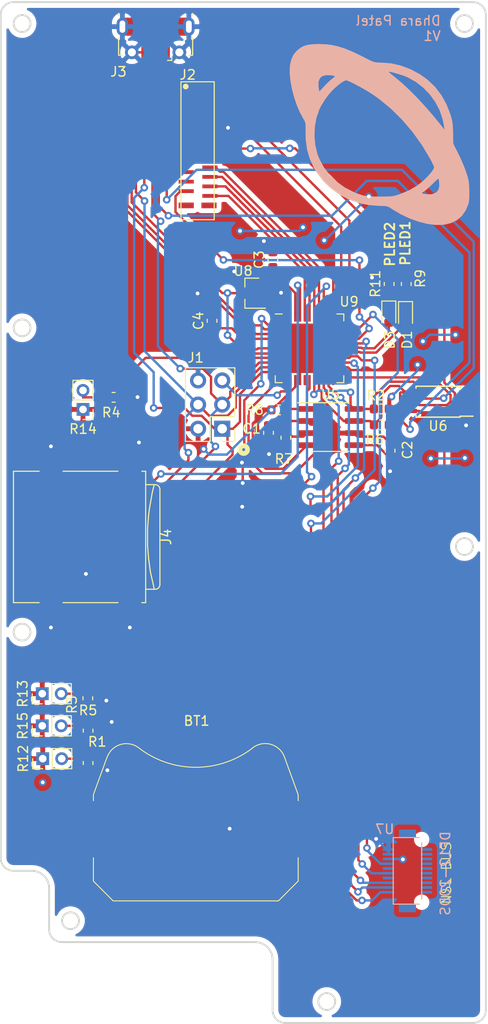
<source format=kicad_pcb>
(kicad_pcb (version 20171130) (host pcbnew 5.1.2-f72e74a~84~ubuntu18.04.1)
  (layers (0 F.Cu signal hide) (31 B.Cu signal) (34 B.Paste user) (35 F.Paste user) (36 B.SilkS user) (37 F.SilkS user) (38 B.Mask user) (39 F.Mask user) (44 Edge.Cuts user))
  (net 0 "")
  (net 1 "Net-(BT1-Pad1)")
  (net 2 GND)
  (net 3 +3V3)
  (net 4 "Net-(C3-Pad1)")
  (net 5 "Net-(C4-Pad1)")
  (net 6 /PLED1)
  (net 7 "Net-(D1-Pad1)")
  (net 8 /PLED3)
  (net 9 "Net-(D3-Pad1)")
  (net 10 /MOSI)
  (net 11 /RST)
  (net 12 /SCK)
  (net 13 /MISO)
  (net 14 +5V)
  (net 15 /IN2)
  (net 16 /IN1)
  (net 17 /RCLK)
  (net 18 /SRCLK)
  (net 19 /SER)
  (net 20 /SCL)
  (net 21 /SDA)
  (net 22 /CS_IMG)
  (net 23 /TEMP)
  (net 24 /D+)
  (net 25 "Net-(J3-Pad4)")
  (net 26 /VBUS)
  (net 27 /D-)
  (net 28 "Net-(J4-Pad1)")
  (net 29 /~CS_SD)
  (net 30 "Net-(J4-Pad8)")
  (net 31 /PHO1)
  (net 32 /PHO2)
  (net 33 /PHO3)
  (net 34 /PHO4)
  (net 35 /SQW)
  (net 36 /CRYSTAL)
  (net 37 /TMR_RST)
  (net 38 /WC)
  (net 39 "Net-(U7-Pad16)")
  (net 40 /STBY)
  (net 41 "Net-(U7-Pad14)")
  (net 42 /BUSY)
  (net 43 /TX)
  (net 44 /RX)
  (net 45 "Net-(U7-Pad10)")
  (net 46 "Net-(U7-Pad9)")
  (net 47 "Net-(U7-Pad8)")
  (net 48 "Net-(U7-Pad7)")
  (net 49 "Net-(U7-Pad6)")
  (net 50 "Net-(U7-Pad5)")
  (net 51 "Net-(U7-Pad4)")
  (net 52 "Net-(U7-Pad3)")
  (net 53 "Net-(U7-Pad2)")
  (net 54 "Net-(U7-Pad1)")
  (net 55 "Net-(U9-Pad16)")
  (net 56 "Net-(J2-Pad18)")
  (net 57 "Net-(J2-Pad19)")
  (net 58 "Net-(J2-Pad20)")
  (net 59 "Net-(J2-Pad8)")
  (net 60 "Net-(J2-Pad9)")
  (module Custom:planet (layer F.Cu) (at -12.2428 -31.6992 90)
    (fp_text reference G*** hide)
    (fp_text value LOGO hide)
  )
  (module "" (layer F.Cu) (at -5.3086 44.5389)
    (fp_text reference "" (at -28.8036 -0.8128) (layer F.SilkS) (effects (font (size 1.27 1.27))))
    (fp_text value "" (at -28.8036 -0.8128) (layer F.SilkS) (effects (font (size 1.27 1.27))))
  )
  (module Connector_PinHeader_2.54mm:PinHeader_2x03_P2.54mm_Vertical (layer F.Cu) (at -28.8036 -0.8128 180)
    (fp_text reference J1 (at 2.794 7.4676) (layer F.SilkS))
    (fp_text value Conn_02x03_Counter_Clockwise)
    (pad 6 thru_hole oval (at 2.54 5.08 180) (size 1.7 1.7) (drill 1) (layers *.Cu *.Mask) (net 2 GND))
    (pad 5 thru_hole oval (at 0 5.08 180) (size 1.7 1.7) (drill 1) (layers *.Cu *.Mask) (net 11 /RST))
    (pad 4 thru_hole oval (at 2.54 2.54 180) (size 1.7 1.7) (drill 1) (layers *.Cu *.Mask) (net 10 /MOSI))
    (pad 3 thru_hole oval (at 0 2.54 180) (size 1.7 1.7) (drill 1) (layers *.Cu *.Mask) (net 12 /SCK))
    (pad 2 thru_hole oval (at 2.54 0 180) (size 1.7 1.7) (drill 1) (layers *.Cu *.Mask) (net 3 +3V3))
    (pad 1 thru_hole rect (at 0 0 180) (size 1.7 1.7) (drill 1) (layers *.Cu *.Mask) (net 13 /MISO))
  )
  (module Custom:CosmicDC (layer F.Cu) (at 0 0)
    (fp_text reference REF**)
    (fp_text value CosmicDC)
    (fp_circle (center -44.775 50.925) (end -43.886 50.925) (layer Edge.Cuts) (width 0.2))
    (fp_circle (center -49.875 20.575) (end -48.986 20.575) (layer Edge.Cuts) (width 0.2))
    (fp_circle (center -49.875 -11.425) (end -48.986 -11.425) (layer Edge.Cuts) (width 0.2))
    (fp_circle (center -49.875 -43.425) (end -48.986 -43.425) (layer Edge.Cuts) (width 0.2))
    (fp_circle (center -3.29375 -43.425) (end -2.40475 -43.425) (layer Edge.Cuts) (width 0.2))
    (fp_circle (center -3.29375 11.575) (end -2.40475 11.575) (layer Edge.Cuts) (width 0.2))
    (fp_circle (center -17.79375 59.425) (end -16.90475 59.425) (layer Edge.Cuts) (width 0.2))
    (fp_line (start -23.495 55.0125) (end -23.495 60.3375) (layer Edge.Cuts) (width 0.2))
    (fp_arc (start -25.3325 55.0125) (end -23.495 55.0125) (angle -90) (layer Edge.Cuts) (width 0.2))
    (fp_line (start -25.3325 53.175) (end -45.6875 53.175) (layer Edge.Cuts) (width 0.2))
    (fp_arc (start -45.6875 51.8375) (end -47.025 51.8375) (angle -90) (layer Edge.Cuts) (width 0.2))
    (fp_line (start -47.025 51.8375) (end -47.025 47.5125) (layer Edge.Cuts) (width 0.2))
    (fp_arc (start -48.8625 47.5125) (end -47.025 47.5125) (angle -90) (layer Edge.Cuts) (width 0.2))
    (fp_line (start -48.8625 45.675) (end -50.7875 45.675) (layer Edge.Cuts) (width 0.2))
    (fp_arc (start -50.787499 44.337499) (end -52.125 44.3375) (angle -90) (layer Edge.Cuts) (width 0.2))
    (fp_line (start -52.125 44.3375) (end -52.125 -44.3375) (layer Edge.Cuts) (width 0.2))
    (fp_arc (start -50.7875 -44.3375) (end -50.7875 -45.675) (angle -90) (layer Edge.Cuts) (width 0.2))
    (fp_line (start -50.7875 -45.675) (end -2.38125 -45.675) (layer Edge.Cuts) (width 0.2))
    (fp_arc (start -2.38125 -44.3375) (end -1.04375 -44.3375) (angle -90) (layer Edge.Cuts) (width 0.2))
    (fp_line (start -1.04375 -44.3375) (end -1.04375 60.3375) (layer Edge.Cuts) (width 0.2))
    (fp_arc (start -2.38125 60.3375) (end -2.38125 61.675) (angle -90) (layer Edge.Cuts) (width 0.2))
    (fp_line (start -2.38125 61.675) (end -22.1575 61.675) (layer Edge.Cuts) (width 0.2))
    (fp_arc (start -22.1575 60.3375) (end -23.495 60.3375) (angle -90) (layer Edge.Cuts) (width 0.2))
  )
  (module Package_DFN_QFN:QFN-44-1EP_7x7mm_P0.5mm_EP5.2x5.2mm (layer F.Cu) (at -19.6088 -9.271)
    (fp_text reference U9 (at 4.1656 -4.9022) (layer F.SilkS))
    (fp_text value ATmega32U4-MU)
    (pad 44 smd roundrect (at -2.5 -3.3375) (size 0.25 1.075) (layers F.Cu F.Paste F.Mask) (net 3 +3V3))
    (pad 43 smd roundrect (at -2 -3.3375) (size 0.25 1.075) (layers F.Cu F.Paste F.Mask) (net 2 GND))
    (pad 42 smd roundrect (at -1.5 -3.3375) (size 0.25 1.075) (layers F.Cu F.Paste F.Mask) (net 4 "Net-(C3-Pad1)"))
    (pad 41 smd roundrect (at -1 -3.3375) (size 0.25 1.075) (layers F.Cu F.Paste F.Mask) (net 29 /~CS_SD))
    (pad 40 smd roundrect (at -0.5 -3.3375) (size 0.25 1.075) (layers F.Cu F.Paste F.Mask) (net 18 /SRCLK))
    (pad 39 smd roundrect (at 0 -3.3375) (size 0.25 1.075) (layers F.Cu F.Paste F.Mask) (net 17 /RCLK))
    (pad 38 smd roundrect (at 0.5 -3.3375) (size 0.25 1.075) (layers F.Cu F.Paste F.Mask) (net 16 /IN1))
    (pad 37 smd roundrect (at 1 -3.3375) (size 0.25 1.075) (layers F.Cu F.Paste F.Mask) (net 15 /IN2))
    (pad 36 smd roundrect (at 1.5 -3.3375) (size 0.25 1.075) (layers F.Cu F.Paste F.Mask) (net 32 /PHO2))
    (pad 35 smd roundrect (at 2 -3.3375) (size 0.25 1.075) (layers F.Cu F.Paste F.Mask) (net 2 GND))
    (pad 34 smd roundrect (at 2.5 -3.3375) (size 0.25 1.075) (layers F.Cu F.Paste F.Mask) (net 3 +3V3))
    (pad 33 smd roundrect (at 3.3375 -2.5) (size 1.075 0.25) (layers F.Cu F.Paste F.Mask) (net 23 /TEMP))
    (pad 32 smd roundrect (at 3.3375 -2) (size 1.075 0.25) (layers F.Cu F.Paste F.Mask) (net 22 /CS_IMG))
    (pad 31 smd roundrect (at 3.3375 -1.5) (size 1.075 0.25) (layers F.Cu F.Paste F.Mask) (net 40 /STBY))
    (pad 30 smd roundrect (at 3.3375 -1) (size 1.075 0.25) (layers F.Cu F.Paste F.Mask) (net 19 /SER))
    (pad 29 smd roundrect (at 3.3375 -0.5) (size 1.075 0.25) (layers F.Cu F.Paste F.Mask) (net 42 /BUSY))
    (pad 28 smd roundrect (at 3.3375 0) (size 1.075 0.25) (layers F.Cu F.Paste F.Mask) (net 8 /PLED3))
    (pad 27 smd roundrect (at 3.3375 0.5) (size 1.075 0.25) (layers F.Cu F.Paste F.Mask) (net 6 /PLED1))
    (pad 26 smd roundrect (at 3.3375 1) (size 1.075 0.25) (layers F.Cu F.Paste F.Mask) (net 31 /PHO1))
    (pad 25 smd roundrect (at 3.3375 1.5) (size 1.075 0.25) (layers F.Cu F.Paste F.Mask) (net 34 /PHO4))
    (pad 24 smd roundrect (at 3.3375 2) (size 1.075 0.25) (layers F.Cu F.Paste F.Mask) (net 3 +3V3))
    (pad 23 smd roundrect (at 3.3375 2.5) (size 1.075 0.25) (layers F.Cu F.Paste F.Mask) (net 2 GND))
    (pad 22 smd roundrect (at 2.5 3.3375) (size 0.25 1.075) (layers F.Cu F.Paste F.Mask) (net 38 /WC))
    (pad 21 smd roundrect (at 2 3.3375) (size 0.25 1.075) (layers F.Cu F.Paste F.Mask) (net 44 /RX))
    (pad 20 smd roundrect (at 1.5 3.3375) (size 0.25 1.075) (layers F.Cu F.Paste F.Mask) (net 43 /TX))
    (pad 19 smd roundrect (at 1 3.3375) (size 0.25 1.075) (layers F.Cu F.Paste F.Mask) (net 21 /SDA))
    (pad 18 smd roundrect (at 0.5 3.3375) (size 0.25 1.075) (layers F.Cu F.Paste F.Mask) (net 20 /SCL))
    (pad 17 smd roundrect (at 0 3.3375) (size 0.25 1.075) (layers F.Cu F.Paste F.Mask) (net 36 /CRYSTAL))
    (pad 16 smd roundrect (at -0.5 3.3375) (size 0.25 1.075) (layers F.Cu F.Paste F.Mask) (net 55 "Net-(U9-Pad16)"))
    (pad 15 smd roundrect (at -1 3.3375) (size 0.25 1.075) (layers F.Cu F.Paste F.Mask) (net 2 GND))
    (pad 14 smd roundrect (at -1.5 3.3375) (size 0.25 1.075) (layers F.Cu F.Paste F.Mask) (net 3 +3V3))
    (pad 13 smd roundrect (at -2 3.3375) (size 0.25 1.075) (layers F.Cu F.Paste F.Mask) (net 11 /RST))
    (pad 12 smd roundrect (at -2.5 3.3375) (size 0.25 1.075) (layers F.Cu F.Paste F.Mask) (net 37 /TMR_RST))
    (pad 11 smd roundrect (at -3.3375 2.5) (size 1.075 0.25) (layers F.Cu F.Paste F.Mask) (net 13 /MISO))
    (pad 10 smd roundrect (at -3.3375 2) (size 1.075 0.25) (layers F.Cu F.Paste F.Mask) (net 10 /MOSI))
    (pad 9 smd roundrect (at -3.3375 1.5) (size 1.075 0.25) (layers F.Cu F.Paste F.Mask) (net 12 /SCK))
    (pad 8 smd roundrect (at -3.3375 1) (size 1.075 0.25) (layers F.Cu F.Paste F.Mask) (net 33 /PHO3))
    (pad 7 smd roundrect (at -3.3375 0.5) (size 1.075 0.25) (layers F.Cu F.Paste F.Mask) (net 26 /VBUS))
    (pad 6 smd roundrect (at -3.3375 0) (size 1.075 0.25) (layers F.Cu F.Paste F.Mask) (net 5 "Net-(C4-Pad1)"))
    (pad 5 smd roundrect (at -3.3375 -0.5) (size 1.075 0.25) (layers F.Cu F.Paste F.Mask) (net 2 GND))
    (pad 4 smd roundrect (at -3.3375 -1) (size 1.075 0.25) (layers F.Cu F.Paste F.Mask) (net 24 /D+))
    (pad 3 smd roundrect (at -3.3375 -1.5) (size 1.075 0.25) (layers F.Cu F.Paste F.Mask) (net 27 /D-))
    (pad 2 smd roundrect (at -3.3375 -2) (size 1.075 0.25) (layers F.Cu F.Paste F.Mask) (net 26 /VBUS))
    (pad 1 smd roundrect (at -3.3375 -2.5) (size 1.075 0.25) (layers F.Cu F.Paste F.Mask) (net 35 /SQW))
    (pad 45 smd roundrect (at 0 0) (size 5.2 5.2) (layers F.Cu F.Mask) (roundrect_rratio 0.048077) (net 2 GND))
  )
  (module Package_TO_SOT_SMD:SOT-23 (layer F.Cu) (at -25.654 -15.0724 180)
    (fp_text reference U8 (at 0.9492 2.3368) (layer F.SilkS))
    (fp_text value AP2127N-3.3)
    (pad 3 smd rect (at 1 0 180) (size 0.9 0.8) (layers F.Cu F.Paste F.Mask) (net 26 /VBUS))
    (pad 2 smd rect (at -1 0.95 180) (size 0.9 0.8) (layers F.Cu F.Paste F.Mask) (net 3 +3V3))
    (pad 1 smd rect (at -1 -0.95 180) (size 0.9 0.8) (layers F.Cu F.Paste F.Mask) (net 2 GND))
  )
  (module "Custom:DF12-20DS-0.5V(86)" (layer B.Cu) (at -9.2964 45.6816 90)
    (fp_text reference U7 (at 4.3812 -2.3876) (layer B.SilkS) (effects (justify mirror)))
    (fp_text value DF12-20DS (at -0.267 3.9878 -90) (layer B.SilkS) (effects (justify mirror)))
    (pad 20 smd rect (at 2.25 -2 90) (size 0.28 1.2) (layers B.Cu B.Paste B.Mask) (net 2 GND))
    (pad 19 smd rect (at 1.75 -2 90) (size 0.28 1.2) (layers B.Cu B.Paste B.Mask) (net 2 GND))
    (pad 18 smd rect (at 1.25 -2 90) (size 0.28 1.2) (layers B.Cu B.Paste B.Mask) (net 3 +3V3))
    (pad 17 smd rect (at 0.75 -2 90) (size 0.28 1.2) (layers B.Cu B.Paste B.Mask) (net 14 +5V))
    (pad 16 smd rect (at 0.25 -2 90) (size 0.28 1.2) (layers B.Cu B.Paste B.Mask) (net 39 "Net-(U7-Pad16)"))
    (pad 15 smd rect (at -0.25 -2 90) (size 0.28 1.2) (layers B.Cu B.Paste B.Mask) (net 40 /STBY))
    (pad 14 smd rect (at -0.75 -2 90) (size 0.28 1.2) (layers B.Cu B.Paste B.Mask) (net 41 "Net-(U7-Pad14)"))
    (pad 13 smd rect (at -1.25 -2 90) (size 0.28 1.2) (layers B.Cu B.Paste B.Mask) (net 42 /BUSY))
    (pad 12 smd rect (at -1.75 -2 90) (size 0.28 1.2) (layers B.Cu B.Paste B.Mask) (net 44 /RX))
    (pad 11 smd rect (at -2.25 -2 90) (size 0.28 1.2) (layers B.Cu B.Paste B.Mask) (net 43 /TX))
    (pad 10 smd rect (at 2.25 2 90) (size 0.28 1.2) (layers B.Cu B.Paste B.Mask) (net 45 "Net-(U7-Pad10)"))
    (pad 9 smd rect (at 1.75 2 90) (size 0.28 1.2) (layers B.Cu B.Paste B.Mask) (net 46 "Net-(U7-Pad9)"))
    (pad 8 smd rect (at 1.25 2 90) (size 0.28 1.2) (layers B.Cu B.Paste B.Mask) (net 47 "Net-(U7-Pad8)"))
    (pad 7 smd rect (at 0.75 2 90) (size 0.28 1.2) (layers B.Cu B.Paste B.Mask) (net 48 "Net-(U7-Pad7)"))
    (pad 6 smd rect (at 0.25 2 90) (size 0.28 1.2) (layers B.Cu B.Paste B.Mask) (net 49 "Net-(U7-Pad6)"))
    (pad 5 smd rect (at -0.25 2 90) (size 0.28 1.2) (layers B.Cu B.Paste B.Mask) (net 50 "Net-(U7-Pad5)"))
    (pad 4 smd rect (at -0.75 2 90) (size 0.28 1.2) (layers B.Cu B.Paste B.Mask) (net 51 "Net-(U7-Pad4)"))
    (pad 3 smd rect (at -1.25 2 90) (size 0.28 1.2) (layers B.Cu B.Paste B.Mask) (net 52 "Net-(U7-Pad3)"))
    (pad 2 smd rect (at -1.75 2 90) (size 0.28 1.2) (layers B.Cu B.Paste B.Mask) (net 53 "Net-(U7-Pad2)"))
    (pad 1 smd rect (at -2.25 2 90) (size 0.28 1.2) (layers B.Cu B.Paste B.Mask) (net 54 "Net-(U7-Pad1)"))
    (pad "" smd rect (at 3.95 0 90) (size 0.8 1.8) (layers B.Cu B.Paste B.Mask))
    (pad "" smd rect (at -3.95 0 90) (size 0.8 1.8) (layers B.Cu B.Paste B.Mask))
    (pad "" np_thru_hole circle (at -3.3 1.5 90) (size 0.6 0.6) (drill 0.6) (layers *.Cu *.Mask))
    (pad "" np_thru_hole circle (at 3.3 1.5 90) (size 0.6 0.6) (drill 0.6) (layers *.Cu *.Mask))
  )
  (module Package_SO:TSSOP-8_4.4x3mm_P0.65mm (layer F.Cu) (at -6.0706 -3.6576 180)
    (fp_text reference U6 (at 0 -2.55) (layer F.SilkS))
    (fp_text value M24C32-XDW5TP)
    (pad 8 smd rect (at 2.95 -0.975 180) (size 1.45 0.45) (layers F.Cu F.Paste F.Mask) (net 3 +3V3))
    (pad 7 smd rect (at 2.95 -0.325 180) (size 1.45 0.45) (layers F.Cu F.Paste F.Mask) (net 38 /WC))
    (pad 6 smd rect (at 2.95 0.325 180) (size 1.45 0.45) (layers F.Cu F.Paste F.Mask) (net 20 /SCL))
    (pad 5 smd rect (at 2.95 0.975 180) (size 1.45 0.45) (layers F.Cu F.Paste F.Mask) (net 21 /SDA))
    (pad 4 smd rect (at -2.95 0.975 180) (size 1.45 0.45) (layers F.Cu F.Paste F.Mask) (net 2 GND))
    (pad 3 smd rect (at -2.95 0.325 180) (size 1.45 0.45) (layers F.Cu F.Paste F.Mask) (net 2 GND))
    (pad 2 smd rect (at -2.95 -0.325 180) (size 1.45 0.45) (layers F.Cu F.Paste F.Mask) (net 2 GND))
    (pad 1 smd rect (at -2.95 -0.975 180) (size 1.45 0.45) (layers F.Cu F.Paste F.Mask) (net 2 GND))
  )
  (module Package_SO:SOIC-8_3.9x4.9mm_P1.27mm (layer F.Cu) (at -17.4102 -0.9906)
    (fp_text reference U5 (at 0 -3.4) (layer F.SilkS))
    (fp_text value DS3231MZ)
    (pad 8 smd roundrect (at 2.475 -1.905) (size 1.95 0.6) (layers F.Cu F.Paste F.Mask) (net 20 /SCL))
    (pad 7 smd roundrect (at 2.475 -0.635) (size 1.95 0.6) (layers F.Cu F.Paste F.Mask) (net 21 /SDA))
    (pad 6 smd roundrect (at 2.475 0.635) (size 1.95 0.6) (layers F.Cu F.Paste F.Mask) (net 3 +3V3))
    (pad 5 smd roundrect (at 2.475 1.905) (size 1.95 0.6) (layers F.Cu F.Paste F.Mask) (net 2 GND))
    (pad 4 smd roundrect (at -2.475 1.905) (size 1.95 0.6) (layers F.Cu F.Paste F.Mask) (net 37 /TMR_RST))
    (pad 3 smd roundrect (at -2.475 0.635) (size 1.95 0.6) (layers F.Cu F.Paste F.Mask) (net 35 /SQW))
    (pad 2 smd roundrect (at -2.475 -0.635) (size 1.95 0.6) (layers F.Cu F.Paste F.Mask) (net 1 "Net-(BT1-Pad1)"))
    (pad 1 smd roundrect (at -2.475 -1.905) (size 1.95 0.6) (layers F.Cu F.Paste F.Mask) (net 36 /CRYSTAL))
  )
  (module Resistor_SMD:R_0603_1608Metric (layer F.Cu) (at -11.2268 -16.0274 90)
    (fp_text reference R11 (at 0.0254 -1.4478 270) (layer F.SilkS))
    (fp_text value 440R)
    (pad 2 smd roundrect (at 0.7875 0 90) (size 0.875 0.95) (layers F.Cu F.Paste F.Mask) (net 2 GND))
    (pad 1 smd roundrect (at -0.7875 0 90) (size 0.875 0.95) (layers F.Cu F.Paste F.Mask) (net 9 "Net-(D3-Pad1)"))
  )
  (module Resistor_SMD:R_0603_1608Metric (layer F.Cu) (at -9.4234 -16.0274 90)
    (fp_text reference R9 (at 0.5842 1.4732 90) (layer F.SilkS))
    (fp_text value 440R)
    (pad 2 smd roundrect (at 0.7875 0 90) (size 0.875 0.95) (layers F.Cu F.Paste F.Mask) (net 2 GND))
    (pad 1 smd roundrect (at -0.7875 0 90) (size 0.875 0.95) (layers F.Cu F.Paste F.Mask) (net 7 "Net-(D1-Pad1)"))
  )
  (module Resistor_SMD:R_0603_1608Metric (layer F.Cu) (at -22.8345 -2.794)
    (fp_text reference R8 (at -2.5655 0 180) (layer F.SilkS))
    (fp_text value 10k)
    (pad 2 smd roundrect (at 0.7875 0) (size 0.875 0.95) (layers F.Cu F.Paste F.Mask) (net 36 /CRYSTAL))
    (pad 1 smd roundrect (at -0.7875 0) (size 0.875 0.95) (layers F.Cu F.Paste F.Mask) (net 3 +3V3))
  )
  (module Resistor_SMD:R_0603_1608Metric (layer F.Cu) (at -22.098 0.1271 90)
    (fp_text reference R7 (at -2.2352 -0.2032 180) (layer F.SilkS))
    (fp_text value 10k)
    (pad 2 smd roundrect (at 0.7875 0 90) (size 0.875 0.95) (layers F.Cu F.Paste F.Mask) (net 35 /SQW))
    (pad 1 smd roundrect (at -0.7875 0 90) (size 0.875 0.95) (layers F.Cu F.Paste F.Mask) (net 3 +3V3))
  )
  (module Resistor_SMD:R_0603_1608Metric (layer F.Cu) (at -12.0396 -1.2192 180)
    (fp_text reference R6 (at 0.6985 -1.5494) (layer F.SilkS))
    (fp_text value 10k)
    (pad 2 smd roundrect (at 0.7875 0 180) (size 0.875 0.95) (layers F.Cu F.Paste F.Mask) (net 21 /SDA))
    (pad 1 smd roundrect (at -0.7875 0 180) (size 0.875 0.95) (layers F.Cu F.Paste F.Mask) (net 3 +3V3))
  )
  (module Resistor_SMD:R_0603_1608Metric (layer F.Cu) (at -42.926 30.9372 270)
    (fp_text reference R5 (at -2.1336 0 180) (layer F.SilkS))
    (fp_text value 1k)
    (pad 2 smd roundrect (at 0.7875 0 270) (size 0.875 0.95) (layers F.Cu F.Paste F.Mask) (net 2 GND))
    (pad 1 smd roundrect (at -0.7875 0 270) (size 0.875 0.95) (layers F.Cu F.Paste F.Mask) (net 34 /PHO4))
  )
  (module Resistor_SMD:R_0603_1608Metric (layer F.Cu) (at -40.2337 -4.1148)
    (fp_text reference R4 (at -0.2539 1.6002) (layer F.SilkS))
    (fp_text value 1k)
    (pad 2 smd roundrect (at 0.7875 0) (size 0.875 0.95) (layers F.Cu F.Paste F.Mask) (net 2 GND))
    (pad 1 smd roundrect (at -0.7875 0) (size 0.875 0.95) (layers F.Cu F.Paste F.Mask) (net 33 /PHO3))
  )
  (module Resistor_SMD:R_0603_1608Metric (layer F.Cu) (at -42.9514 27.5337 270)
    (fp_text reference R3 (at 0.6604 1.6764 90) (layer F.SilkS))
    (fp_text value 1k)
    (pad 2 smd roundrect (at 0.7875 0 270) (size 0.875 0.95) (layers F.Cu F.Paste F.Mask) (net 2 GND))
    (pad 1 smd roundrect (at -0.7875 0 270) (size 0.875 0.95) (layers F.Cu F.Paste F.Mask) (net 32 /PHO2))
  )
  (module Resistor_SMD:R_0603_1608Metric (layer F.Cu) (at -12.0396 -2.8956 180)
    (fp_text reference R2 (at 0.5842 1.4097) (layer F.SilkS))
    (fp_text value 10k)
    (pad 2 smd roundrect (at 0.7875 0 180) (size 0.875 0.95) (layers F.Cu F.Paste F.Mask) (net 20 /SCL))
    (pad 1 smd roundrect (at -0.7875 0 180) (size 0.875 0.95) (layers F.Cu F.Paste F.Mask) (net 3 +3V3))
  )
  (module Resistor_SMD:R_0603_1608Metric (layer F.Cu) (at -42.926 34.3408 270)
    (fp_text reference R1 (at -2.2353 -0.9652 180) (layer F.SilkS))
    (fp_text value 1k)
    (pad 2 smd roundrect (at 0.7875 0 270) (size 0.875 0.95) (layers F.Cu F.Paste F.Mask) (net 2 GND))
    (pad 1 smd roundrect (at -0.7875 0 270) (size 0.875 0.95) (layers F.Cu F.Paste F.Mask) (net 31 /PHO1))
  )
  (module Connector_Card:microSD_HC_Wuerth_693072010801 (layer F.Cu) (at -42.672 10.5664 270)
    (fp_text reference J4 (at 0 -7.99 90) (layer F.SilkS))
    (fp_text value Micro_SD_Card)
    (pad 1 smd rect (at -3.2 -1.55 270) (size 0.8 1.5) (layers F.Cu F.Paste F.Mask) (net 28 "Net-(J4-Pad1)"))
    (pad 2 smd rect (at -2.1 -1.55 270) (size 0.8 1.5) (layers F.Cu F.Paste F.Mask) (net 29 /~CS_SD))
    (pad 3 smd rect (at -1 -1.55 270) (size 0.8 1.5) (layers F.Cu F.Paste F.Mask) (net 10 /MOSI))
    (pad 4 smd rect (at 0.1 -1.55 270) (size 0.8 1.5) (layers F.Cu F.Paste F.Mask) (net 3 +3V3))
    (pad 5 smd rect (at 1.2 -1.55 270) (size 0.8 1.5) (layers F.Cu F.Paste F.Mask) (net 12 /SCK))
    (pad 6 smd rect (at 2.3 -1.55 270) (size 0.8 1.5) (layers F.Cu F.Paste F.Mask) (net 2 GND))
    (pad 7 smd rect (at 3.4 -1.55 270) (size 0.8 1.5) (layers F.Cu F.Paste F.Mask) (net 13 /MISO))
    (pad 8 smd rect (at 4.5 -1.55 270) (size 0.8 1.5) (layers F.Cu F.Paste F.Mask) (net 30 "Net-(J4-Pad8)"))
    (pad 9 smd rect (at 6.875 4.15 270) (size 1.45 2) (layers F.Cu F.Paste F.Mask) (net 2 GND))
    (pad 9 smd rect (at -6.875 4.15 270) (size 1.45 2) (layers F.Cu F.Paste F.Mask) (net 2 GND))
    (pad 9 smd rect (at -6.875 -4.15 270) (size 1.45 2) (layers F.Cu F.Paste F.Mask) (net 2 GND))
    (pad 9 smd rect (at 6.875 -4.15 270) (size 1.45 2) (layers F.Cu F.Paste F.Mask) (net 2 GND))
  )
  (module Connector_USB:USB_Micro-B_Molex-105017-0001 (layer F.Cu) (at -35.814 -41.8592 180)
    (fp_text reference J3 (at 3.9116 -3.5052) (layer F.SilkS))
    (fp_text value USB_B_Micro)
    (pad 6 smd rect (at -2.9 1.2375 180) (size 1.2 1.9) (layers F.Cu F.Mask) (net 2 GND))
    (pad 6 smd rect (at 2.9 1.2375 180) (size 1.2 1.9) (layers F.Cu F.Mask) (net 2 GND))
    (pad 6 thru_hole oval (at 3.5 1.2375 180) (size 1.2 1.9) (drill oval 0.6 1.3) (layers *.Cu *.Mask) (net 2 GND))
    (pad 6 thru_hole oval (at -3.5 1.2375) (size 1.2 1.9) (drill oval 0.6 1.3) (layers *.Cu *.Mask) (net 2 GND))
    (pad 6 smd rect (at -1 1.2375 180) (size 1.5 1.9) (layers F.Cu F.Paste F.Mask) (net 2 GND))
    (pad 6 thru_hole circle (at 2.5 -1.4625 180) (size 1.45 1.45) (drill 0.85) (layers *.Cu *.Mask) (net 2 GND))
    (pad 3 smd rect (at 0 -1.4625 180) (size 0.4 1.35) (layers F.Cu F.Paste F.Mask) (net 24 /D+))
    (pad 4 smd rect (at 0.65 -1.4625 180) (size 0.4 1.35) (layers F.Cu F.Paste F.Mask) (net 25 "Net-(J3-Pad4)"))
    (pad 5 smd rect (at 1.3 -1.4625 180) (size 0.4 1.35) (layers F.Cu F.Paste F.Mask) (net 2 GND))
    (pad 1 smd rect (at -1.3 -1.4625 180) (size 0.4 1.35) (layers F.Cu F.Paste F.Mask) (net 26 /VBUS))
    (pad 2 smd rect (at -0.65 -1.4625 180) (size 0.4 1.35) (layers F.Cu F.Paste F.Mask) (net 27 /D-))
    (pad 6 thru_hole circle (at -2.5 -1.4625 180) (size 1.45 1.45) (drill 0.85) (layers *.Cu *.Mask) (net 2 GND))
    (pad 6 smd rect (at 1 1.2375 180) (size 1.5 1.9) (layers F.Cu F.Paste F.Mask) (net 2 GND))
  )
  (module LED_SMD:LED_0603_1608Metric (layer F.Cu) (at -11.2588 -12.7585 270)
    (fp_text reference D3 (at 2.6125 -0.1 90) (layer F.SilkS))
    (fp_text value LED)
    (pad 2 smd roundrect (at 0.7875 0 270) (size 0.875 0.95) (layers F.Cu F.Paste F.Mask) (net 8 /PLED3))
    (pad 1 smd roundrect (at -0.7875 0 270) (size 0.875 0.95) (layers F.Cu F.Paste F.Mask) (net 9 "Net-(D3-Pad1)"))
  )
  (module LED_SMD:LED_0603_1608Metric (layer F.Cu) (at -9.4996 -12.6999 270)
    (fp_text reference D1 (at 2.5399 -0.1651 90) (layer F.SilkS))
    (fp_text value LED)
    (pad 2 smd roundrect (at 0.7875 0 270) (size 0.875 0.95) (layers F.Cu F.Paste F.Mask) (net 6 /PLED1))
    (pad 1 smd roundrect (at -0.7875 0 270) (size 0.875 0.95) (layers F.Cu F.Paste F.Mask) (net 7 "Net-(D1-Pad1)"))
  )
  (module Capacitor_SMD:C_0603_1608Metric (layer F.Cu) (at -29.8704 -12.1667 90)
    (fp_text reference C4 (at 0 -1.43 90) (layer F.SilkS))
    (fp_text value 1uF)
    (pad 2 smd roundrect (at 0.7875 0 90) (size 0.875 0.95) (layers F.Cu F.Paste F.Mask) (net 2 GND))
    (pad 1 smd roundrect (at -0.7875 0 90) (size 0.875 0.95) (layers F.Cu F.Paste F.Mask) (net 5 "Net-(C4-Pad1)"))
  )
  (module Capacitor_SMD:C_0603_1608Metric (layer F.Cu) (at -23.4696 -18.5928 90)
    (fp_text reference C3 (at 0 -1.43 90) (layer F.SilkS))
    (fp_text value 1uF)
    (pad 2 smd roundrect (at 0.7875 0 90) (size 0.875 0.95) (layers F.Cu F.Paste F.Mask) (net 2 GND))
    (pad 1 smd roundrect (at -0.7875 0 90) (size 0.875 0.95) (layers F.Cu F.Paste F.Mask) (net 4 "Net-(C3-Pad1)"))
  )
  (module Capacitor_SMD:C_0603_1608Metric (layer F.Cu) (at -11.1252 1.4985 270)
    (fp_text reference C2 (at -0.0761 -1.8288 90) (layer F.SilkS))
    (fp_text value 0.1uF)
    (pad 2 smd roundrect (at 0.7875 0 270) (size 0.875 0.95) (layers F.Cu F.Paste F.Mask) (net 2 GND))
    (pad 1 smd roundrect (at -0.7875 0 270) (size 0.875 0.95) (layers F.Cu F.Paste F.Mask) (net 3 +3V3))
  )
  (module Capacitor_SMD:C_0603_1608Metric (layer F.Cu) (at -23.9268 -0.3809 270)
    (fp_text reference C1 (at -0.4319 1.778) (layer F.SilkS))
    (fp_text value 0.1uF)
    (pad 2 smd roundrect (at 0.7875 0 270) (size 0.875 0.95) (layers F.Cu F.Paste F.Mask) (net 2 GND))
    (pad 1 smd roundrect (at -0.7875 0 270) (size 0.875 0.95) (layers F.Cu F.Paste F.Mask) (net 1 "Net-(BT1-Pad1)"))
  )
  (module Battery:BatteryHolder_Keystone_3034_1x20mm (layer F.Cu) (at -31.5854 41.3004 180)
    (fp_text reference BT1 (at -0.0894 11.3919) (layer F.SilkS))
    (fp_text value Battery_Cell)
    (pad 1 smd rect (at -10.985 0 180) (size 1.27 5.08) (layers F.Cu F.Paste F.Mask) (net 1 "Net-(BT1-Pad1)"))
    (pad 1 smd rect (at 10.985 0 180) (size 1.27 5.08) (layers F.Cu F.Paste F.Mask) (net 1 "Net-(BT1-Pad1)"))
    (pad 2 smd rect (at 0 0 180) (size 3.96 3.96) (layers F.Cu F.Paste F.Mask) (net 2 GND))
  )
  (module Custom:62674-201121ALF (layer F.Cu) (at -31.3944 -30.0482 90)
    (fp_text reference J2 (at 7.9883 -1.0414 180) (layer F.SilkS))
    (fp_text value Conn_01x20)
    (pad ~ smd rect (at -5.75 -1.2 90) (size 0.6 1.6) (layers F.Cu F.Paste F.Mask))
    (pad ~ smd rect (at -5.75 1.2 90) (size 0.6 1.6) (layers F.Cu F.Paste F.Mask))
    (pad ~ smd rect (at 5.75 1.2 90) (size 0.6 1.6) (layers F.Cu F.Paste F.Mask))
    (pad ~ smd rect (at 5.75 -1.2 90) (size 0.6 1.6) (layers F.Cu F.Paste F.Mask))
    (pad 20 smd rect (at 4.25 1.3 90) (size 0.4 1.6) (layers F.Cu F.Paste F.Mask) (net 58 "Net-(J2-Pad20)"))
    (pad 19 smd rect (at 3.25 1.3 90) (size 0.4 1.6) (layers F.Cu F.Paste F.Mask) (net 57 "Net-(J2-Pad19)"))
    (pad 18 smd rect (at 2.25 1.3 90) (size 0.4 1.6) (layers F.Cu F.Paste F.Mask) (net 56 "Net-(J2-Pad18)"))
    (pad 17 smd rect (at 1.25 1.3 90) (size 0.4 1.6) (layers F.Cu F.Paste F.Mask) (net 2 GND))
    (pad 16 smd rect (at 0.25 1.3 90) (size 0.4 1.6) (layers F.Cu F.Paste F.Mask) (net 14 +5V))
    (pad 15 smd rect (at -0.75 1.3 90) (size 0.4 1.6) (layers F.Cu F.Paste F.Mask) (net 3 +3V3))
    (pad 14 smd rect (at -1.75 1.3 90) (size 0.4 1.6) (layers F.Cu F.Paste F.Mask) (net 15 /IN2))
    (pad 13 smd rect (at -2.75 1.3 90) (size 0.4 1.6) (layers F.Cu F.Paste F.Mask) (net 16 /IN1))
    (pad 12 smd rect (at -3.75 1.3 90) (size 0.4 1.6) (layers F.Cu F.Paste F.Mask) (net 17 /RCLK))
    (pad 11 smd rect (at -4.75 1.3 90) (size 0.4 1.6) (layers F.Cu F.Paste F.Mask) (net 18 /SRCLK))
    (pad 10 smd rect (at -4.25 -1.2 90) (size 0.4 1.6) (layers F.Cu F.Paste F.Mask) (net 19 /SER))
    (pad 9 smd rect (at -3.25 -1.2 90) (size 0.4 1.6) (layers F.Cu F.Paste F.Mask) (net 60 "Net-(J2-Pad9)"))
    (pad 8 smd rect (at -2.25 -1.2 90) (size 0.4 1.6) (layers F.Cu F.Paste F.Mask) (net 59 "Net-(J2-Pad8)"))
    (pad 7 smd rect (at -1.25 -1.2 90) (size 0.4 1.6) (layers F.Cu F.Paste F.Mask) (net 20 /SCL))
    (pad 6 smd rect (at -0.25 -1.2 90) (size 0.4 1.6) (layers F.Cu F.Paste F.Mask) (net 21 /SDA))
    (pad 5 smd rect (at 0.75 -1.2 90) (size 0.4 1.6) (layers F.Cu F.Paste F.Mask) (net 12 /SCK))
    (pad 4 smd rect (at 1.75 -1.2 90) (size 0.4 1.6) (layers F.Cu F.Paste F.Mask) (net 13 /MISO))
    (pad 3 smd rect (at 2.75 -1.2 90) (size 0.4 1.6) (layers F.Cu F.Paste F.Mask) (net 10 /MOSI))
    (pad 2 smd rect (at 3.75 -1.2 90) (size 0.4 1.6) (layers F.Cu F.Paste F.Mask) (net 22 /CS_IMG))
    (pad 1 smd rect (at 4.75 -1.2 90) (size 0.4 1.6) (layers F.Cu F.Paste F.Mask) (net 23 /TEMP))
  )
  (module Connector_PinHeader_2.00mm:PinHeader_1x02_P2.00mm_Vertical (layer F.Cu) (at -47.7012 33.8836 90)
    (fp_text reference R12 (at 0 -2.06 90) (layer F.SilkS))
    (fp_text value R_PHOTO)
    (pad 1 thru_hole rect (at 0 0 90) (size 1.35 1.35) (drill 0.8) (layers *.Cu *.Mask) (net 3 +3V3))
    (pad 2 thru_hole oval (at 0 2 90) (size 1.35 1.35) (drill 0.8) (layers *.Cu *.Mask) (net 31 /PHO1))
  )
  (module Connector_PinHeader_2.00mm:PinHeader_1x02_P2.00mm_Vertical (layer F.Cu) (at -47.752 27.051 90)
    (fp_text reference R13 (at 0 -2.06 -90) (layer F.SilkS))
    (fp_text value R_PHOTO)
    (pad 2 thru_hole oval (at 0 2 90) (size 1.35 1.35) (drill 0.8) (layers *.Cu *.Mask) (net 32 /PHO2))
    (pad 1 thru_hole rect (at 0 0 90) (size 1.35 1.35) (drill 0.8) (layers *.Cu *.Mask) (net 3 +3V3))
  )
  (module Connector_PinHeader_2.00mm:PinHeader_1x02_P2.00mm_Vertical (layer F.Cu) (at -43.4594 -2.8448 180)
    (fp_text reference R14 (at 0 -2.06) (layer F.SilkS))
    (fp_text value R_PHOTO)
    (pad 1 thru_hole rect (at 0 0 180) (size 1.35 1.35) (drill 0.8) (layers *.Cu *.Mask) (net 3 +3V3))
    (pad 2 thru_hole oval (at 0 2 180) (size 1.35 1.35) (drill 0.8) (layers *.Cu *.Mask) (net 33 /PHO3))
  )
  (module Connector_PinHeader_2.00mm:PinHeader_1x02_P2.00mm_Vertical (layer F.Cu) (at -47.752 30.4292 90)
    (fp_text reference R15 (at 0 -2.06 90) (layer F.SilkS))
    (fp_text value R_PHOTO)
    (pad 2 thru_hole oval (at 0 2 90) (size 1.35 1.35) (drill 0.8) (layers *.Cu *.Mask) (net 34 /PHO4))
    (pad 1 thru_hole rect (at 0 0 90) (size 1.35 1.35) (drill 0.8) (layers *.Cu *.Mask) (net 3 +3V3))
  )
  (gr_text "NSL BUS" (at -5.1943 45.9232 90) (layer F.SilkS) (effects (font (size 1 1) (thickness 0.1))))
  (gr_text "Dhara Patel \nV1" (at -5.7023 -42.9133) (layer B.SilkS) (effects (font (size 1 1)) (justify left mirror)))
  (gr_circle (center -26.543 1.3843) (end -26.388498 1.3843) (layer F.SilkS) (width 0.5))
  (gr_text "PLED2\n" (at -11.1506 -20.2184 90) (layer F.SilkS) (effects (font (size 1 1) (thickness 0.2))))
  (gr_text PLED1 (at -9.525 -20.32 90) (layer F.SilkS) (effects (font (size 1 1) (thickness 0.2))))
  (segment (start -19.51449 -1.25489) (end -18.85489 -1.25489) (width 0.25) (layer F.Cu) (net 1))
  (segment (start -19.8852 -1.6256) (end -19.51449 -1.25489) (width 0.25) (layer F.Cu) (net 1))
  (segment (start -19.8852 -1.6256) (end -23.4696 -1.6256) (width 0.25) (layer F.Cu) (net 1))
  (segment (start -23.4696 -1.6256) (end -23.9268 -1.1684) (width 0.25) (layer F.Cu) (net 1))
  (segment (start -20.6004 38.5104) (end -20.6004 41.3004) (width 0.25) (layer F.Cu) (net 1))
  (segment (start -18.135179 36.045179) (end -20.6004 38.5104) (width 0.25) (layer F.Cu) (net 1))
  (segment (start -36.430179 36.045179) (end -18.135179 36.045179) (width 0.25) (layer F.Cu) (net 1))
  (segment (start -41.6854 41.3004) (end -36.430179 36.045179) (width 0.25) (layer F.Cu) (net 1))
  (segment (start -42.5704 41.3004) (end -41.6854 41.3004) (width 0.25) (layer F.Cu) (net 1))
  (segment (start -18.135179 8.743383) (end -18.135179 36.045179) (width 0.25) (layer F.Cu) (net 1))
  (segment (start -18.135179 -1.135179) (end -18.135179 8.743383) (width 0.25) (layer F.Cu) (net 1))
  (segment (start -19.51449 -1.25489) (end -18.25489 -1.25489) (width 0.25) (layer F.Cu) (net 1))
  (segment (start -18.25489 -1.25489) (end -18.135179 -1.135179) (width 0.25) (layer F.Cu) (net 1))
  (segment (start -37.114 -40.3967) (end -38.314 -40.3967) (width 0.25) (layer F.Cu) (net 2))
  (segment (start -20.1088 -9.771) (end -19.6088 -9.271) (width 0.25) (layer F.Cu) (net 2))
  (segment (start -22.9463 -9.771) (end -20.1088 -9.771) (width 0.25) (layer F.Cu) (net 2))
  (segment (start -17.65879 -11.22101) (end -19.6088 -9.271) (width 0.25) (layer F.Cu) (net 2))
  (segment (start -17.65879 -12.56721) (end -17.65879 -11.22101) (width 0.25) (layer F.Cu) (net 2))
  (segment (start -17.6175 -12.6085) (end -17.65879 -12.56721) (width 0.25) (layer F.Cu) (net 2))
  (segment (start -17.6088 -12.6085) (end -17.6175 -12.6085) (width 0.25) (layer F.Cu) (net 2))
  (segment (start -3.1206 -2.6826) (end -3.1206 -3.3326) (width 0.25) (layer F.Cu) (net 2))
  (segment (start -3.1206 -3.3326) (end -3.1206 -3.9826) (width 0.25) (layer F.Cu) (net 2))
  (segment (start -3.1206 -3.9826) (end -3.1206 -4.6326) (width 0.25) (layer F.Cu) (net 2))
  (segment (start -11.2964 43.9316) (end -11.2964 43.4316) (width 0.25) (layer B.Cu) (net 2))
  (segment (start -16.9088 -6.771) (end -19.4088 -9.271) (width 0.25) (layer F.Cu) (net 2))
  (segment (start -19.4088 -9.271) (end -19.6088 -9.271) (width 0.25) (layer F.Cu) (net 2))
  (segment (start -16.2713 -6.771) (end -16.9088 -6.771) (width 0.25) (layer F.Cu) (net 2))
  (segment (start -11.1252 3.657598) (end -11.125198 3.6576) (width 0.25) (layer F.Cu) (net 2))
  (via (at -11.125198 3.6576) (size 0.8) (drill 0.4) (layers F.Cu B.Cu) (net 2))
  (segment (start -11.1252 2.286) (end -11.1252 3.657598) (width 0.25) (layer F.Cu) (net 2))
  (segment (start -20.6088 -8.271) (end -19.6088 -9.271) (width 0.25) (layer F.Cu) (net 2))
  (segment (start -20.6088 -5.9335) (end -20.6088 -8.271) (width 0.25) (layer F.Cu) (net 2))
  (via (at -12.5984 42.3164) (size 0.8) (drill 0.4) (layers F.Cu B.Cu) (net 2))
  (segment (start -11.2964 43.4316) (end -11.4832 43.4316) (width 0.25) (layer B.Cu) (net 2))
  (segment (start -11.4832 43.4316) (end -12.5984 42.3164) (width 0.25) (layer B.Cu) (net 2))
  (segment (start -34.814 -43.0967) (end -32.314 -43.0967) (width 0.25) (layer F.Cu) (net 2))
  (segment (start -34.814 -43.0967) (end -36.814 -43.0967) (width 0.25) (layer F.Cu) (net 2))
  (segment (start -36.814 -43.0967) (end -38.714 -43.0967) (width 0.25) (layer F.Cu) (net 2))
  (segment (start -21.6088 -11.271) (end -19.6088 -9.271) (width 0.25) (layer F.Cu) (net 2))
  (segment (start -21.6088 -12.6085) (end -21.6088 -11.271) (width 0.25) (layer F.Cu) (net 2))
  (segment (start -9.4234 -16.8149) (end -11.2268 -16.8149) (width 0.25) (layer F.Cu) (net 2))
  (via (at -46.8376 20.0914) (size 0.8) (drill 0.4) (layers F.Cu B.Cu) (net 2))
  (segment (start -46.8376 18.432) (end -46.8376 20.0914) (width 0.25) (layer F.Cu) (net 2))
  (segment (start -46.822 17.4414) (end -46.822 18.4164) (width 0.25) (layer F.Cu) (net 2))
  (segment (start -46.822 18.4164) (end -46.8376 18.432) (width 0.25) (layer F.Cu) (net 2))
  (via (at -38.5318 20.0914) (size 0.8) (drill 0.4) (layers F.Cu B.Cu) (net 2))
  (segment (start -38.522 17.4414) (end -38.522 20.0816) (width 0.25) (layer F.Cu) (net 2))
  (segment (start -38.522 20.0816) (end -38.5318 20.0914) (width 0.25) (layer F.Cu) (net 2))
  (via (at -43.1546 14.4526) (size 0.8) (drill 0.4) (layers F.Cu B.Cu) (net 2))
  (segment (start -43.1546 13.899) (end -43.1546 14.4526) (width 0.25) (layer F.Cu) (net 2))
  (segment (start -41.122 12.8664) (end -42.122 12.8664) (width 0.25) (layer F.Cu) (net 2))
  (segment (start -42.122 12.8664) (end -43.1546 13.899) (width 0.25) (layer F.Cu) (net 2))
  (via (at -37.5666 0.635) (size 0.8) (drill 0.4) (layers F.Cu B.Cu) (net 2))
  (segment (start -38.522 3.6914) (end -38.522 1.5904) (width 0.25) (layer F.Cu) (net 2))
  (segment (start -38.522 1.5904) (end -37.5666 0.635) (width 0.25) (layer F.Cu) (net 2))
  (via (at -46.8376 1.0414) (size 0.8) (drill 0.4) (layers F.Cu B.Cu) (net 2))
  (segment (start -46.822 3.6914) (end -46.822 1.057) (width 0.25) (layer F.Cu) (net 2))
  (segment (start -46.822 1.057) (end -46.8376 1.0414) (width 0.25) (layer F.Cu) (net 2))
  (via (at -37.719 -4.1402) (size 0.8) (drill 0.4) (layers F.Cu B.Cu) (net 2))
  (segment (start -39.4462 -4.1148) (end -37.7444 -4.1148) (width 0.25) (layer F.Cu) (net 2))
  (segment (start -37.7444 -4.1148) (end -37.719 -4.1402) (width 0.25) (layer F.Cu) (net 2))
  (via (at -24.414313 -20.543687) (size 0.8) (drill 0.4) (layers F.Cu B.Cu) (net 2))
  (segment (start -24.414313 -20.325013) (end -24.414313 -20.543687) (width 0.25) (layer F.Cu) (net 2))
  (segment (start -23.4696 -19.3803) (end -24.414313 -20.325013) (width 0.25) (layer F.Cu) (net 2))
  (via (at -28.194 -32.4612) (size 0.8) (drill 0.4) (layers F.Cu B.Cu) (net 2))
  (segment (start -30.0944 -31.2982) (end -29.357 -31.2982) (width 0.25) (layer F.Cu) (net 2))
  (segment (start -29.357 -31.2982) (end -28.194 -32.4612) (width 0.25) (layer F.Cu) (net 2))
  (segment (start -14.9352 0.9144) (end -12.4968 0.9144) (width 0.25) (layer F.Cu) (net 2))
  (segment (start -11.586812 1.824388) (end -11.1252 2.286) (width 0.25) (layer F.Cu) (net 2))
  (segment (start -12.4968 0.9144) (end -11.586812 1.824388) (width 0.25) (layer F.Cu) (net 2))
  (segment (start -31.5854 41.3004) (end -28.067 41.3004) (width 0.25) (layer F.Cu) (net 2))
  (via (at -28.0162 41.2496) (size 0.8) (drill 0.4) (layers F.Cu B.Cu) (net 2))
  (segment (start -28.067 41.3004) (end -28.0162 41.2496) (width 0.25) (layer F.Cu) (net 2))
  (via (at -22.606 -15.113) (size 0.8) (drill 0.4) (layers F.Cu B.Cu) (net 2))
  (segment (start -21.6088 -12.6085) (end -21.6088 -14.1158) (width 0.25) (layer F.Cu) (net 2))
  (segment (start -21.6088 -14.1158) (end -22.606 -15.113) (width 0.25) (layer F.Cu) (net 2))
  (via (at -26.6954 7.3914) (size 0.8) (drill 0.4) (layers F.Cu B.Cu) (net 2))
  (via (at -26.644607 4.902207) (size 0.8) (drill 0.4) (layers F.Cu B.Cu) (net 2))
  (segment (start -26.6954 4.953) (end -26.644607 4.902207) (width 0.25) (layer F.Cu) (net 2))
  (segment (start -26.6954 7.3914) (end -26.6954 4.953) (width 0.25) (layer F.Cu) (net 2))
  (via (at -3.1242 -1.1684) (size 0.8) (drill 0.4) (layers F.Cu B.Cu) (net 2))
  (segment (start -3.1206 -2.6826) (end -3.1206 -1.172) (width 0.25) (layer F.Cu) (net 2))
  (segment (start -3.1206 -1.172) (end -3.1242 -1.1684) (width 0.25) (layer F.Cu) (net 2))
  (segment (start -26.644607 4.902207) (end -26.644607 2.831535) (width 0.25) (layer F.Cu) (net 2))
  (segment (start -26.644607 2.831535) (end -26.726871 2.749271) (width 0.25) (layer F.Cu) (net 2))
  (via (at -26.726871 2.749271) (size 0.8) (drill 0.4) (layers F.Cu B.Cu) (net 2))
  (via (at -23.876 1.8542) (size 0.8) (drill 0.4) (layers F.Cu B.Cu) (net 2))
  (segment (start -23.9268 0.4066) (end -23.9268 1.8034) (width 0.25) (layer F.Cu) (net 2))
  (segment (start -23.9268 1.8034) (end -23.876 1.8542) (width 0.25) (layer F.Cu) (net 2))
  (segment (start -24.704 -14.1224) (end -25.354 -14.7724) (width 0.25) (layer F.Cu) (net 2))
  (segment (start -24.654 -14.1224) (end -24.704 -14.1224) (width 0.25) (layer F.Cu) (net 2))
  (segment (start -29.8704 -13.5128) (end -30.999061 -14.641461) (width 0.25) (layer F.Cu) (net 2))
  (segment (start -29.8704 -12.9542) (end -29.8704 -13.5128) (width 0.25) (layer F.Cu) (net 2))
  (segment (start -30.999061 -14.641461) (end -31.39906 -15.04146) (width 0.25) (layer F.Cu) (net 2))
  (segment (start -27.133601 -16.948201) (end -27.5336 -17.3482) (width 0.25) (layer F.Cu) (net 2))
  (via (at -27.5336 -17.3482) (size 0.8) (drill 0.4) (layers F.Cu B.Cu) (net 2))
  (via (at -31.39906 -15.04146) (size 0.8) (drill 0.4) (layers F.Cu B.Cu) (net 2))
  (segment (start -25.354 -14.7724) (end -25.354 -15.1686) (width 0.25) (layer F.Cu) (net 2))
  (segment (start -25.354 -15.1686) (end -27.133601 -16.948201) (width 0.25) (layer F.Cu) (net 2))
  (via (at -13.0302 -16.7132) (size 0.8) (drill 0.4) (layers F.Cu B.Cu) (net 2))
  (segment (start -11.2268 -16.8149) (end -12.9285 -16.8149) (width 0.25) (layer F.Cu) (net 2))
  (segment (start -12.9285 -16.8149) (end -13.0302 -16.7132) (width 0.25) (layer F.Cu) (net 2))
  (segment (start -11.2521 -2.8956) (end -11.2521 -1.2192) (width 0.25) (layer F.Cu) (net 3))
  (segment (start -11.2521 0.5841) (end -11.1252 0.711) (width 0.25) (layer F.Cu) (net 3))
  (segment (start -11.2521 -1.2192) (end -11.2521 0.5841) (width 0.25) (layer F.Cu) (net 3))
  (segment (start -14.56449 0.01511) (end -11.82109 0.01511) (width 0.25) (layer F.Cu) (net 3))
  (segment (start -14.9352 -0.3556) (end -14.56449 0.01511) (width 0.25) (layer F.Cu) (net 3))
  (segment (start -11.586812 0.249388) (end -11.1252 0.711) (width 0.25) (layer F.Cu) (net 3))
  (segment (start -11.82109 0.01511) (end -11.586812 0.249388) (width 0.25) (layer F.Cu) (net 3))
  (segment (start -24.604 -16.0224) (end -22.1088 -13.5272) (width 0.25) (layer F.Cu) (net 3))
  (segment (start -22.1088 -13.246) (end -22.1088 -12.6085) (width 0.25) (layer F.Cu) (net 3))
  (segment (start -22.1088 -13.5272) (end -22.1088 -13.246) (width 0.25) (layer F.Cu) (net 3))
  (segment (start -24.654 -16.0224) (end -24.604 -16.0224) (width 0.25) (layer F.Cu) (net 3))
  (segment (start -31.3436 2.115813) (end -31.3436 0.389281) (width 0.25) (layer F.Cu) (net 3))
  (segment (start -31.3436 0.389281) (end -31.3436 -0.8128) (width 0.25) (layer F.Cu) (net 3))
  (via (at -9.779 44.4754) (size 0.8) (drill 0.4) (layers F.Cu B.Cu) (net 3))
  (segment (start -11.2964 44.4316) (end -9.8228 44.4316) (width 0.25) (layer B.Cu) (net 3))
  (segment (start -9.8228 44.4316) (end -9.779 44.4754) (width 0.25) (layer B.Cu) (net 3))
  (via (at -30.7594 1.3208) (size 0.8) (drill 0.4) (layers F.Cu B.Cu) (net 3))
  (segment (start -31.3436 -0.8128) (end -31.3436 0.7366) (width 0.25) (layer F.Cu) (net 3))
  (segment (start -31.3436 0.7366) (end -30.7594 1.3208) (width 0.25) (layer F.Cu) (net 3))
  (segment (start -30.7594 1.3208) (end -30.1752 1.905) (width 0.25) (layer B.Cu) (net 3))
  (via (at -23.622 -2.794) (size 0.8) (drill 0.4) (layers F.Cu B.Cu) (net 3))
  (segment (start -30.1752 1.905) (end -28.321 1.905) (width 0.25) (layer B.Cu) (net 3))
  (segment (start -28.321 1.905) (end -23.622 -2.794) (width 0.25) (layer B.Cu) (net 3))
  (segment (start -21.1088 -5.296) (end -21.1088 -5.9335) (width 0.25) (layer F.Cu) (net 3))
  (segment (start -21.1088 -5.211567) (end -21.1088 -5.296) (width 0.25) (layer F.Cu) (net 3))
  (segment (start -23.160388 -3.255612) (end -23.064755 -3.255612) (width 0.25) (layer F.Cu) (net 3))
  (segment (start -23.622 -2.794) (end -23.160388 -3.255612) (width 0.25) (layer F.Cu) (net 3))
  (segment (start -23.064755 -3.255612) (end -21.1088 -5.211567) (width 0.25) (layer F.Cu) (net 3))
  (segment (start -24.1595 -2.794) (end -25.0698 -1.8837) (width 0.25) (layer F.Cu) (net 3))
  (segment (start -23.622 -2.794) (end -24.1595 -2.794) (width 0.25) (layer F.Cu) (net 3))
  (segment (start -22.098 2.413) (end -22.098 0.9146) (width 0.25) (layer F.Cu) (net 3))
  (segment (start -22.6314 2.9464) (end -22.098 2.413) (width 0.25) (layer F.Cu) (net 3))
  (segment (start -24.0284 2.9464) (end -22.6314 2.9464) (width 0.25) (layer F.Cu) (net 3))
  (segment (start -25.5778 1.397) (end -24.0284 2.9464) (width 0.25) (layer F.Cu) (net 3))
  (segment (start -24.1595 -2.794) (end -25.5778 -1.3757) (width 0.25) (layer F.Cu) (net 3))
  (segment (start -25.5778 -1.3757) (end -25.5778 1.397) (width 0.25) (layer F.Cu) (net 3))
  (via (at -18.0594 -20.6248) (size 0.8) (drill 0.4) (layers F.Cu B.Cu) (net 3))
  (segment (start -17.1088 -19.6742) (end -18.0594 -20.6248) (width 0.25) (layer F.Cu) (net 3))
  (segment (start -17.1088 -12.6085) (end -17.1088 -19.6742) (width 0.25) (layer F.Cu) (net 3))
  (via (at -4.2418 -10.6934) (size 0.8) (drill 0.4) (layers F.Cu B.Cu) (net 3))
  (via (at -13.3604 -25.2476) (size 0.8) (drill 0.4) (layers F.Cu B.Cu) (net 3))
  (segment (start -17.9832 -20.6248) (end -18.0594 -20.6248) (width 0.25) (layer B.Cu) (net 3))
  (segment (start -13.3604 -25.2476) (end -17.9832 -20.6248) (width 0.25) (layer B.Cu) (net 3))
  (via (at -6.8326 2.3114) (size 0.8) (drill 0.4) (layers F.Cu B.Cu) (net 3))
  (via (at -3.2512 2.2606) (size 0.8) (drill 0.4) (layers F.Cu B.Cu) (net 3))
  (segment (start -3.302 2.3114) (end -3.2512 2.2606) (width 0.25) (layer B.Cu) (net 3))
  (segment (start -6.8326 2.3114) (end -3.302 2.3114) (width 0.25) (layer B.Cu) (net 3))
  (segment (start -6.8326 1.745715) (end -6.8326 2.3114) (width 0.25) (layer F.Cu) (net 3))
  (segment (start -6.8326 -1.4696) (end -6.8326 1.745715) (width 0.25) (layer F.Cu) (net 3))
  (segment (start -8.0456 -2.6826) (end -6.8326 -1.4696) (width 0.25) (layer F.Cu) (net 3))
  (segment (start -9.0206 -2.6826) (end -8.0456 -2.6826) (width 0.25) (layer F.Cu) (net 3))
  (segment (start -9.5248 2.3114) (end -6.8326 2.3114) (width 0.25) (layer F.Cu) (net 3))
  (segment (start -11.1252 0.711) (end -9.5248 2.3114) (width 0.25) (layer F.Cu) (net 3))
  (via (at -10.9728 -4.191) (size 0.8) (drill 0.4) (layers F.Cu B.Cu) (net 3))
  (via (at -8.2296 -7.5438) (size 0.8) (drill 0.4) (layers F.Cu B.Cu) (net 3))
  (segment (start -8.2296 -6.9342) (end -8.2296 -7.5438) (width 0.25) (layer B.Cu) (net 3))
  (segment (start -10.9728 -4.191) (end -8.2296 -6.9342) (width 0.25) (layer B.Cu) (net 3))
  (via (at -26.924 -21.6154) (size 0.8) (drill 0.4) (layers F.Cu B.Cu) (net 3))
  (via (at -20.2946 -21.9964) (size 0.8) (drill 0.4) (layers F.Cu B.Cu) (net 3))
  (segment (start -20.6756 -21.6154) (end -20.2946 -21.9964) (width 0.25) (layer B.Cu) (net 3))
  (segment (start -26.924 -21.6154) (end -20.6756 -21.6154) (width 0.25) (layer B.Cu) (net 3))
  (segment (start -16.2713 -7.271) (end -15.555852 -7.271) (width 0.25) (layer F.Cu) (net 3))
  (segment (start -10.693401 -6.984999) (end -8.070799 -9.607601) (width 0.25) (layer F.Cu) (net 3))
  (segment (start -8.070799 -9.607601) (end -7.6708 -10.0076) (width 0.25) (layer F.Cu) (net 3))
  (segment (start -15.555852 -7.271) (end -15.269851 -6.984999) (width 0.25) (layer F.Cu) (net 3))
  (segment (start -15.269851 -6.984999) (end -10.693401 -6.984999) (width 0.25) (layer F.Cu) (net 3))
  (via (at -7.6708 -10.0076) (size 0.8) (drill 0.4) (layers F.Cu B.Cu) (net 3))
  (segment (start -6.985 -10.6934) (end -7.270801 -10.407599) (width 0.25) (layer B.Cu) (net 3))
  (segment (start -7.270801 -10.407599) (end -7.6708 -10.0076) (width 0.25) (layer B.Cu) (net 3))
  (segment (start -4.2418 -10.6934) (end -6.985 -10.6934) (width 0.25) (layer B.Cu) (net 3))
  (segment (start -47.752 33.8328) (end -47.7012 33.8836) (width 0.25) (layer F.Cu) (net 3))
  (segment (start -47.752 30.4292) (end -47.752 33.8328) (width 0.25) (layer F.Cu) (net 3))
  (via (at -47.7012 36.3728) (size 0.8) (drill 0.4) (layers F.Cu B.Cu) (net 3))
  (segment (start -47.7012 33.8836) (end -47.7012 36.3728) (width 0.25) (layer F.Cu) (net 3))
  (segment (start -47.752 27.051) (end -47.752 27.976) (width 0.25) (layer F.Cu) (net 3))
  (segment (start -47.752 27.976) (end -47.752 30.4292) (width 0.25) (layer F.Cu) (net 3))
  (segment (start -21.1088 -15.082796) (end -23.007988 -16.981984) (width 0.25) (layer F.Cu) (net 4))
  (segment (start -23.007988 -16.981984) (end -23.007988 -17.343688) (width 0.25) (layer F.Cu) (net 4))
  (segment (start -21.1088 -12.6085) (end -21.1088 -15.082796) (width 0.25) (layer F.Cu) (net 4))
  (segment (start -23.007988 -17.343688) (end -23.4696 -17.8053) (width 0.25) (layer F.Cu) (net 4))
  (segment (start -29.2954 -11.3792) (end -29.8704 -11.3792) (width 0.25) (layer F.Cu) (net 5))
  (segment (start -25.012796 -9.271) (end -25.112774 -9.171022) (width 0.25) (layer F.Cu) (net 5))
  (segment (start -22.9463 -9.271) (end -25.012796 -9.271) (width 0.25) (layer F.Cu) (net 5))
  (segment (start -25.112774 -9.171022) (end -26.042826 -9.171022) (width 0.25) (layer F.Cu) (net 5))
  (segment (start -26.042826 -9.171022) (end -26.379002 -9.507198) (width 0.25) (layer F.Cu) (net 5))
  (segment (start -26.379002 -9.507198) (end -26.379002 -9.964398) (width 0.25) (layer F.Cu) (net 5))
  (segment (start -26.379002 -9.964398) (end -27.793804 -11.3792) (width 0.25) (layer F.Cu) (net 5))
  (segment (start -27.793804 -11.3792) (end -29.2954 -11.3792) (width 0.25) (layer F.Cu) (net 5))
  (segment (start -15.435343 -8.885023) (end -14.329089 -8.885022) (width 0.25) (layer F.Cu) (net 6))
  (segment (start -12.591002 -8.820998) (end -9.961212 -11.450788) (width 0.25) (layer F.Cu) (net 6))
  (segment (start -14.265069 -8.820998) (end -12.591002 -8.820998) (width 0.25) (layer F.Cu) (net 6))
  (segment (start -16.2713 -8.771) (end -15.549366 -8.771) (width 0.25) (layer F.Cu) (net 6))
  (segment (start -14.329089 -8.885022) (end -14.265069 -8.820998) (width 0.25) (layer F.Cu) (net 6))
  (segment (start -9.961212 -11.450788) (end -9.4996 -11.9124) (width 0.25) (layer F.Cu) (net 6))
  (segment (start -15.549366 -8.771) (end -15.435343 -8.885023) (width 0.25) (layer F.Cu) (net 6))
  (segment (start -9.4996 -15.1637) (end -9.4234 -15.2399) (width 0.25) (layer F.Cu) (net 7))
  (segment (start -9.4996 -13.4874) (end -9.4996 -15.1637) (width 0.25) (layer F.Cu) (net 7))
  (segment (start -12.777409 -9.271001) (end -11.2588 -10.78961) (width 0.25) (layer F.Cu) (net 8))
  (segment (start -14.078654 -9.271001) (end -12.777409 -9.271001) (width 0.25) (layer F.Cu) (net 8))
  (segment (start -16.2713 -9.271) (end -15.732084 -9.271) (width 0.25) (layer F.Cu) (net 8))
  (segment (start -15.732084 -9.271) (end -15.668057 -9.335027) (width 0.25) (layer F.Cu) (net 8))
  (segment (start -14.142676 -9.335027) (end -14.078654 -9.271001) (width 0.25) (layer F.Cu) (net 8))
  (segment (start -11.2588 -10.78961) (end -11.2588 -11.4335) (width 0.25) (layer F.Cu) (net 8))
  (segment (start -15.668057 -9.335027) (end -14.142676 -9.335027) (width 0.25) (layer F.Cu) (net 8))
  (segment (start -11.2588 -11.4335) (end -11.2588 -11.971) (width 0.25) (layer F.Cu) (net 8))
  (segment (start -11.2268 -13.578) (end -11.2588 -13.546) (width 0.25) (layer F.Cu) (net 9))
  (segment (start -11.2268 -15.2399) (end -11.2268 -13.578) (width 0.25) (layer F.Cu) (net 9))
  (via (at -32.3596 1.7018) (size 0.8) (drill 0.4) (layers F.Cu B.Cu) (net 10))
  (segment (start -32.193599 -2.502801) (end -31.3436 -3.3528) (width 0.25) (layer B.Cu) (net 10))
  (segment (start -32.759599 -1.936801) (end -32.193599 -2.502801) (width 0.25) (layer B.Cu) (net 10))
  (segment (start -32.759599 1.301801) (end -32.759599 -1.936801) (width 0.25) (layer B.Cu) (net 10))
  (segment (start -32.3596 1.7018) (end -32.759599 1.301801) (width 0.25) (layer B.Cu) (net 10))
  (segment (start -32.3596 2.495402) (end -32.3596 2.267485) (width 0.25) (layer F.Cu) (net 10))
  (segment (start -32.3596 2.267485) (end -32.3596 1.7018) (width 0.25) (layer F.Cu) (net 10))
  (segment (start -41.122 9.5664) (end -39.430598 9.5664) (width 0.25) (layer F.Cu) (net 10))
  (segment (start -39.430598 9.5664) (end -32.3596 2.495402) (width 0.25) (layer F.Cu) (net 10))
  (segment (start -27.3812 -4.655813) (end -27.3812 -3.036198) (width 0.25) (layer F.Cu) (net 10))
  (segment (start -30.493601 -2.502801) (end -31.3436 -3.3528) (width 0.25) (layer F.Cu) (net 10))
  (segment (start -22.9463 -7.271) (end -24.766013 -7.271) (width 0.25) (layer F.Cu) (net 10))
  (segment (start -28.239599 -2.177799) (end -30.168599 -2.177799) (width 0.25) (layer F.Cu) (net 10))
  (segment (start -27.3812 -3.036198) (end -28.239599 -2.177799) (width 0.25) (layer F.Cu) (net 10))
  (segment (start -30.168599 -2.177799) (end -30.493601 -2.502801) (width 0.25) (layer F.Cu) (net 10))
  (segment (start -24.766013 -7.271) (end -27.3812 -4.655813) (width 0.25) (layer F.Cu) (net 10))
  (segment (start -36.9824 -24.765) (end -36.9824 -8.9916) (width 0.25) (layer B.Cu) (net 10))
  (via (at -36.9824 -24.765) (size 0.8) (drill 0.4) (layers F.Cu B.Cu) (net 10))
  (segment (start -36.9824 -8.9916) (end -31.3436 -3.3528) (width 0.25) (layer B.Cu) (net 10))
  (segment (start -37.885202 -28.107398) (end -37.885202 -25.667802) (width 0.25) (layer F.Cu) (net 10))
  (segment (start -33.1944 -32.7982) (end -37.885202 -28.107398) (width 0.25) (layer F.Cu) (net 10))
  (segment (start -37.382399 -25.164999) (end -36.9824 -24.765) (width 0.25) (layer F.Cu) (net 10))
  (segment (start -32.5944 -32.7982) (end -33.1944 -32.7982) (width 0.25) (layer F.Cu) (net 10))
  (segment (start -37.885202 -25.667802) (end -37.382399 -25.164999) (width 0.25) (layer F.Cu) (net 10))
  (segment (start -27.249897 -4.339097) (end -23.580296 -4.339097) (width 0.25) (layer B.Cu) (net 11))
  (segment (start -28.8036 -5.8928) (end -27.249897 -4.339097) (width 0.25) (layer B.Cu) (net 11))
  (segment (start -23.580296 -4.339097) (end -23.014611 -4.339097) (width 0.25) (layer B.Cu) (net 11))
  (via (at -23.014611 -4.339097) (size 0.8) (drill 0.4) (layers F.Cu B.Cu) (net 11))
  (segment (start -21.6088 -5.347977) (end -22.217681 -4.739096) (width 0.25) (layer F.Cu) (net 11))
  (segment (start -22.217681 -4.739096) (end -22.614612 -4.739096) (width 0.25) (layer F.Cu) (net 11))
  (segment (start -21.6088 -5.9335) (end -21.6088 -5.347977) (width 0.25) (layer F.Cu) (net 11))
  (segment (start -22.614612 -4.739096) (end -23.014611 -4.339097) (width 0.25) (layer F.Cu) (net 11))
  (via (at -33.2232 -7.1374) (size 0.8) (drill 0.4) (layers F.Cu B.Cu) (net 12))
  (segment (start -29.653599 -4.202799) (end -28.8036 -3.3528) (width 0.25) (layer F.Cu) (net 12))
  (segment (start -29.978601 -4.527801) (end -29.653599 -4.202799) (width 0.25) (layer F.Cu) (net 12))
  (segment (start -29.978601 -6.266803) (end -29.978601 -4.527801) (width 0.25) (layer F.Cu) (net 12))
  (segment (start -30.849198 -7.1374) (end -29.978601 -6.266803) (width 0.25) (layer F.Cu) (net 12))
  (segment (start -33.2232 -7.1374) (end -30.849198 -7.1374) (width 0.25) (layer F.Cu) (net 12))
  (segment (start -27.953601 -4.719823) (end -27.953601 -4.202799) (width 0.25) (layer F.Cu) (net 12))
  (segment (start -22.9463 -7.771) (end -24.902424 -7.771) (width 0.25) (layer F.Cu) (net 12))
  (segment (start -27.953601 -4.202799) (end -28.8036 -3.3528) (width 0.25) (layer F.Cu) (net 12))
  (segment (start -24.902424 -7.771) (end -27.953601 -4.719823) (width 0.25) (layer F.Cu) (net 12))
  (via (at -35.283861 -22.637613) (size 0.8) (drill 0.4) (layers F.Cu B.Cu) (net 12))
  (segment (start -35.286813 -22.637613) (end -35.283861 -22.637613) (width 0.25) (layer F.Cu) (net 12))
  (segment (start -36.1442 -23.495) (end -35.286813 -22.637613) (width 0.25) (layer F.Cu) (net 12))
  (segment (start -36.1442 -27.8484) (end -36.1442 -23.495) (width 0.25) (layer F.Cu) (net 12))
  (segment (start -32.5944 -30.7982) (end -33.1944 -30.7982) (width 0.25) (layer F.Cu) (net 12))
  (segment (start -33.1944 -30.7982) (end -36.1442 -27.8484) (width 0.25) (layer F.Cu) (net 12))
  (segment (start -30.016399 -2.140001) (end -30.016399 0.539801) (width 0.25) (layer B.Cu) (net 12))
  (segment (start -29.5148 1.1592) (end -29.5148 1.0414) (width 0.25) (layer F.Cu) (net 12))
  (via (at -29.5148 1.0414) (size 0.8) (drill 0.4) (layers F.Cu B.Cu) (net 12))
  (segment (start -41.122 11.7664) (end -40.122 11.7664) (width 0.25) (layer F.Cu) (net 12))
  (segment (start -30.016399 0.539801) (end -29.914799 0.641401) (width 0.25) (layer B.Cu) (net 12))
  (segment (start -40.122 11.7664) (end -29.5148 1.1592) (width 0.25) (layer F.Cu) (net 12))
  (segment (start -28.8036 -3.3528) (end -30.016399 -2.140001) (width 0.25) (layer B.Cu) (net 12))
  (segment (start -29.914799 0.641401) (end -29.5148 1.0414) (width 0.25) (layer B.Cu) (net 12))
  (segment (start -35.5727 -22.348774) (end -35.283861 -22.637613) (width 0.25) (layer B.Cu) (net 12))
  (segment (start -33.2232 -7.1374) (end -35.5727 -9.4869) (width 0.25) (layer B.Cu) (net 12))
  (segment (start -35.5727 -9.4869) (end -35.5727 -22.348774) (width 0.25) (layer B.Cu) (net 12))
  (segment (start -30.969597 -2.177799) (end -31.946599 -2.177799) (width 0.25) (layer F.Cu) (net 13))
  (segment (start -28.8036 -0.8128) (end -29.604598 -0.8128) (width 0.25) (layer F.Cu) (net 13))
  (segment (start -29.604598 -0.8128) (end -30.969597 -2.177799) (width 0.25) (layer F.Cu) (net 13))
  (segment (start -31.946599 -2.177799) (end -32.766 -2.9972) (width 0.25) (layer F.Cu) (net 13))
  (via (at -36.0172 -2.9972) (size 0.8) (drill 0.4) (layers F.Cu B.Cu) (net 13))
  (segment (start -32.766 -2.9972) (end -36.0172 -2.9972) (width 0.25) (layer F.Cu) (net 13))
  (segment (start -28.2448 -0.254) (end -28.8036 -0.8128) (width 0.25) (layer F.Cu) (net 13))
  (segment (start -27.7114 1.3794) (end -28.2448 0.846) (width 0.25) (layer F.Cu) (net 13))
  (segment (start -28.2448 0.846) (end -28.2448 -0.254) (width 0.25) (layer F.Cu) (net 13))
  (segment (start -27.7114 1.911202) (end -27.7114 1.3794) (width 0.25) (layer F.Cu) (net 13))
  (segment (start -41.122 13.9664) (end -39.766598 13.9664) (width 0.25) (layer F.Cu) (net 13))
  (segment (start -39.766598 13.9664) (end -27.7114 1.911202) (width 0.25) (layer F.Cu) (net 13))
  (segment (start -22.9463 -6.771) (end -24.629602 -6.771) (width 0.25) (layer F.Cu) (net 13))
  (segment (start -24.629602 -6.771) (end -26.931189 -4.469413) (width 0.25) (layer F.Cu) (net 13))
  (segment (start -27.659189 -0.8128) (end -27.7036 -0.8128) (width 0.25) (layer F.Cu) (net 13))
  (segment (start -26.931189 -1.5408) (end -27.659189 -0.8128) (width 0.25) (layer F.Cu) (net 13))
  (segment (start -27.7036 -0.8128) (end -28.8036 -0.8128) (width 0.25) (layer F.Cu) (net 13))
  (segment (start -26.931189 -4.469413) (end -26.931189 -1.5408) (width 0.25) (layer F.Cu) (net 13))
  (segment (start -36.0172 -6.7564) (end -38.0746 -8.8138) (width 0.25) (layer B.Cu) (net 13))
  (segment (start -33.1944 -31.7982) (end -37.0078 -27.9848) (width 0.25) (layer F.Cu) (net 13))
  (via (at -37.0078 -26.162) (size 0.8) (drill 0.4) (layers F.Cu B.Cu) (net 13))
  (segment (start -37.0078 -27.9848) (end -37.0078 -26.727685) (width 0.25) (layer F.Cu) (net 13))
  (segment (start -37.407799 -25.762001) (end -37.0078 -26.162) (width 0.25) (layer B.Cu) (net 13))
  (segment (start -37.0078 -26.727685) (end -37.0078 -26.162) (width 0.25) (layer F.Cu) (net 13))
  (segment (start -38.0746 -8.8138) (end -38.0746 -25.0952) (width 0.25) (layer B.Cu) (net 13))
  (segment (start -38.0746 -25.0952) (end -37.407799 -25.762001) (width 0.25) (layer B.Cu) (net 13))
  (segment (start -32.5944 -31.7982) (end -33.1944 -31.7982) (width 0.25) (layer F.Cu) (net 13))
  (segment (start -36.0172 -2.9972) (end -36.0172 -6.7564) (width 0.25) (layer B.Cu) (net 13))
  (via (at -13.5636 43.2816) (size 0.8) (drill 0.4) (layers F.Cu B.Cu) (net 14))
  (segment (start -13.5636 43.5144) (end -13.5636 43.2816) (width 0.25) (layer B.Cu) (net 14))
  (segment (start -11.2964 44.9316) (end -12.1464 44.9316) (width 0.25) (layer B.Cu) (net 14))
  (segment (start -12.1464 44.9316) (end -13.5636 43.5144) (width 0.25) (layer B.Cu) (net 14))
  (via (at -21.6916 -30.3022) (size 0.8) (drill 0.4) (layers F.Cu B.Cu) (net 14))
  (segment (start -21.6916 -30.3022) (end -25.8064 -30.3022) (width 0.25) (layer B.Cu) (net 14))
  (via (at -25.8318 -30.2768) (size 0.8) (drill 0.4) (layers F.Cu B.Cu) (net 14))
  (segment (start -25.8064 -30.3022) (end -25.8318 -30.2768) (width 0.25) (layer B.Cu) (net 14))
  (segment (start -30.073 -30.2768) (end -30.0944 -30.2982) (width 0.25) (layer F.Cu) (net 14))
  (segment (start -25.8318 -30.2768) (end -30.073 -30.2768) (width 0.25) (layer F.Cu) (net 14))
  (segment (start -13.5636 20.227644) (end -5.4102 12.074244) (width 0.25) (layer F.Cu) (net 14))
  (segment (start -5.4102 -14.586485) (end -21.125915 -30.3022) (width 0.25) (layer F.Cu) (net 14))
  (segment (start -21.125915 -30.3022) (end -21.6916 -30.3022) (width 0.25) (layer F.Cu) (net 14))
  (segment (start -5.4102 -5.660224) (end -5.4102 -14.586485) (width 0.25) (layer F.Cu) (net 14))
  (segment (start -5.4102 -2.386257) (end -4.307618 -3.488839) (width 0.25) (layer F.Cu) (net 14))
  (segment (start -4.307618 -3.488839) (end -4.307618 -4.557643) (width 0.25) (layer F.Cu) (net 14))
  (segment (start -4.307618 -4.557643) (end -5.4102 -5.660224) (width 0.25) (layer F.Cu) (net 14))
  (segment (start -5.4102 12.074244) (end -5.4102 -2.386257) (width 0.25) (layer F.Cu) (net 14))
  (segment (start -13.5636 43.2816) (end -13.5636 20.227644) (width 0.25) (layer F.Cu) (net 14))
  (segment (start -29.0444 -27.8482) (end -28.68081 -27.8482) (width 0.25) (layer F.Cu) (net 15))
  (segment (start -28.68081 -27.8482) (end -18.6088 -17.77619) (width 0.25) (layer F.Cu) (net 15))
  (segment (start -30.0944 -28.2982) (end -29.4944 -28.2982) (width 0.25) (layer F.Cu) (net 15))
  (segment (start -18.6088 -13.246) (end -18.6088 -12.6085) (width 0.25) (layer F.Cu) (net 15))
  (segment (start -29.4944 -28.2982) (end -29.0444 -27.8482) (width 0.25) (layer F.Cu) (net 15))
  (segment (start -18.6088 -17.77619) (end -18.6088 -13.246) (width 0.25) (layer F.Cu) (net 15))
  (segment (start -19.1088 -17.583998) (end -19.1088 -13.246) (width 0.25) (layer F.Cu) (net 16))
  (segment (start -28.823002 -27.2982) (end -19.1088 -17.583998) (width 0.25) (layer F.Cu) (net 16))
  (segment (start -19.1088 -13.246) (end -19.1088 -12.6085) (width 0.25) (layer F.Cu) (net 16))
  (segment (start -30.0944 -27.2982) (end -28.823002 -27.2982) (width 0.25) (layer F.Cu) (net 16))
  (segment (start -19.6088 -17.447587) (end -19.6088 -13.246) (width 0.25) (layer F.Cu) (net 17))
  (segment (start -28.459413 -26.2982) (end -19.6088 -17.447587) (width 0.25) (layer F.Cu) (net 17))
  (segment (start -19.6088 -13.246) (end -19.6088 -12.6085) (width 0.25) (layer F.Cu) (net 17))
  (segment (start -30.0944 -26.2982) (end -28.459413 -26.2982) (width 0.25) (layer F.Cu) (net 17))
  (segment (start -20.1088 -13.246) (end -20.1088 -12.6085) (width 0.25) (layer F.Cu) (net 18))
  (segment (start -20.1088 -17.263494) (end -20.1088 -13.246) (width 0.25) (layer F.Cu) (net 18))
  (segment (start -28.143506 -25.2982) (end -20.1088 -17.263494) (width 0.25) (layer F.Cu) (net 18))
  (segment (start -30.0944 -25.2982) (end -28.143506 -25.2982) (width 0.25) (layer F.Cu) (net 18))
  (via (at -14.351 -18.542) (size 0.8) (drill 0.4) (layers F.Cu B.Cu) (net 19))
  (segment (start -14.351 -18.542) (end -14.351 -12.573) (width 0.25) (layer F.Cu) (net 19))
  (via (at -13.335 -11.3538) (size 0.8) (drill 0.4) (layers F.Cu B.Cu) (net 19))
  (segment (start -16.2713 -10.271) (end -14.4178 -10.271) (width 0.25) (layer F.Cu) (net 19))
  (segment (start -14.4178 -10.271) (end -13.335 -11.3538) (width 0.25) (layer F.Cu) (net 19))
  (via (at -14.351 -12.573) (size 0.8) (drill 0.4) (layers F.Cu B.Cu) (net 19))
  (segment (start -13.335 -11.3538) (end -13.335 -11.557) (width 0.25) (layer B.Cu) (net 19))
  (segment (start -13.335 -11.557) (end -14.351 -12.573) (width 0.25) (layer B.Cu) (net 19))
  (segment (start -32.5944 -25.7982) (end -33.1944 -25.7982) (width 0.25) (layer F.Cu) (net 19))
  (segment (start -14.351 -18.542) (end -28.6512 -18.542) (width 0.25) (layer B.Cu) (net 19))
  (segment (start -33.719401 -25.273199) (end -33.719401 -23.610201) (width 0.25) (layer F.Cu) (net 19))
  (segment (start -28.6512 -18.542) (end -28.6766 -18.5674) (width 0.25) (layer B.Cu) (net 19))
  (segment (start -33.719401 -23.610201) (end -29.076599 -18.967399) (width 0.25) (layer F.Cu) (net 19))
  (segment (start -33.1944 -25.7982) (end -33.719401 -25.273199) (width 0.25) (layer F.Cu) (net 19))
  (segment (start -29.076599 -18.967399) (end -28.6766 -18.5674) (width 0.25) (layer F.Cu) (net 19))
  (via (at -28.6766 -18.5674) (size 0.8) (drill 0.4) (layers F.Cu B.Cu) (net 19))
  (segment (start -14.9352 -2.8956) (end -12.8271 -2.8956) (width 0.25) (layer F.Cu) (net 20))
  (via (at -34.6456 -24.892) (size 0.8) (drill 0.4) (layers F.Cu B.Cu) (net 20))
  (segment (start -34.6456 -27.347) (end -34.6456 -24.892) (width 0.25) (layer F.Cu) (net 20))
  (segment (start -32.5944 -28.7982) (end -33.1944 -28.7982) (width 0.25) (layer F.Cu) (net 20))
  (segment (start -33.1944 -28.7982) (end -34.6456 -27.347) (width 0.25) (layer F.Cu) (net 20))
  (segment (start -7.970599 -5.072179) (end -7.970599 -4.057601) (width 0.25) (layer F.Cu) (net 20))
  (segment (start -8.657607 -5.759187) (end -7.970599 -5.072179) (width 0.25) (layer F.Cu) (net 20))
  (segment (start -11.301998 -5.759187) (end -8.657607 -5.759187) (width 0.25) (layer F.Cu) (net 20))
  (segment (start -8.0456 -3.9826) (end -9.0206 -3.9826) (width 0.25) (layer F.Cu) (net 20))
  (segment (start -7.970599 -4.057601) (end -8.0456 -3.9826) (width 0.25) (layer F.Cu) (net 20))
  (segment (start -12.8271 -4.234085) (end -11.301998 -5.759187) (width 0.25) (layer F.Cu) (net 20))
  (segment (start -12.8271 -2.8956) (end -12.8271 -4.234085) (width 0.25) (layer F.Cu) (net 20))
  (segment (start -19.1088 -5.9335) (end -19.1088 -4.4624) (width 0.25) (layer F.Cu) (net 20))
  (via (at -19.1516 -4.4196) (size 0.8) (drill 0.4) (layers F.Cu B.Cu) (net 20))
  (segment (start -19.1088 -4.4624) (end -19.1516 -4.4196) (width 0.25) (layer F.Cu) (net 20))
  (segment (start -15.462199 -4.819599) (end -15.2908 -4.6482) (width 0.25) (layer B.Cu) (net 20))
  (segment (start -18.751601 -4.819599) (end -15.462199 -4.819599) (width 0.25) (layer B.Cu) (net 20))
  (segment (start -19.1516 -4.4196) (end -18.751601 -4.819599) (width 0.25) (layer B.Cu) (net 20))
  (via (at -15.2908 -4.6482) (size 0.8) (drill 0.4) (layers F.Cu B.Cu) (net 20))
  (segment (start -15.2908 -3.2512) (end -14.9352 -2.8956) (width 0.25) (layer F.Cu) (net 20))
  (segment (start -15.2908 -4.6482) (end -15.2908 -3.2512) (width 0.25) (layer F.Cu) (net 20))
  (segment (start -5.523272 -3.9826) (end -5.482631 -4.023241) (width 0.25) (layer F.Cu) (net 20))
  (segment (start -2.583611 -20.744611) (end -2.5822 -20.744611) (width 0.25) (layer B.Cu) (net 20))
  (segment (start -5.082632 -4.42324) (end -5.482631 -4.023241) (width 0.25) (layer B.Cu) (net 20))
  (segment (start -9.8806 -28.0416) (end -2.583611 -20.744611) (width 0.25) (layer B.Cu) (net 20))
  (segment (start -34.6456 -24.892) (end -31.496 -28.0416) (width 0.25) (layer B.Cu) (net 20))
  (segment (start -31.496 -28.0416) (end -9.8806 -28.0416) (width 0.25) (layer B.Cu) (net 20))
  (segment (start -2.5822 -20.744611) (end -2.318589 -20.481) (width 0.25) (layer B.Cu) (net 20))
  (segment (start -2.318589 -7.187283) (end -5.082632 -4.42324) (width 0.25) (layer B.Cu) (net 20))
  (segment (start -2.318589 -20.481) (end -2.318589 -7.187283) (width 0.25) (layer B.Cu) (net 20))
  (via (at -5.482631 -4.023241) (size 0.8) (drill 0.4) (layers F.Cu B.Cu) (net 20))
  (segment (start -9.0206 -3.9826) (end -5.523272 -3.9826) (width 0.25) (layer F.Cu) (net 20))
  (segment (start -13.2335 -1.6256) (end -12.8271 -1.2192) (width 0.25) (layer F.Cu) (net 21))
  (segment (start -14.9352 -1.6256) (end -13.2335 -1.6256) (width 0.25) (layer F.Cu) (net 21))
  (segment (start -9.5206 -4.6326) (end -9.0206 -4.6326) (width 0.25) (layer F.Cu) (net 21))
  (segment (start -10.197176 -5.309176) (end -9.5206 -4.6326) (width 0.25) (layer F.Cu) (net 21))
  (segment (start -12.053402 -1.992898) (end -12.053402 -4.371372) (width 0.25) (layer F.Cu) (net 21))
  (segment (start -11.115598 -5.309176) (end -10.197176 -5.309176) (width 0.25) (layer F.Cu) (net 21))
  (segment (start -12.8271 -1.2192) (end -12.053402 -1.992898) (width 0.25) (layer F.Cu) (net 21))
  (segment (start -12.053402 -4.371372) (end -11.115598 -5.309176) (width 0.25) (layer F.Cu) (net 21))
  (segment (start -35.4838 -27.5088) (end -35.4838 -24.2316) (width 0.25) (layer F.Cu) (net 21))
  (via (at -34.4678 -23.2156) (size 0.8) (drill 0.4) (layers F.Cu B.Cu) (net 21))
  (segment (start -35.4838 -24.2316) (end -34.4678 -23.2156) (width 0.25) (layer F.Cu) (net 21))
  (segment (start -32.5944 -29.7982) (end -33.1944 -29.7982) (width 0.25) (layer F.Cu) (net 21))
  (segment (start -33.1944 -29.7982) (end -35.4838 -27.5088) (width 0.25) (layer F.Cu) (net 21))
  (segment (start -18.324998 -4.666002) (end -18.324998 -3.940398) (width 0.25) (layer F.Cu) (net 21))
  (segment (start -16.0102 -1.6256) (end -14.9352 -1.6256) (width 0.25) (layer F.Cu) (net 21))
  (segment (start -18.6088 -4.949804) (end -18.324998 -4.666002) (width 0.25) (layer F.Cu) (net 21))
  (segment (start -18.324998 -3.940398) (end -16.0102 -1.6256) (width 0.25) (layer F.Cu) (net 21))
  (segment (start -18.6088 -5.9335) (end -18.6088 -4.949804) (width 0.25) (layer F.Cu) (net 21))
  (via (at -9.017 -0.762) (size 0.8) (drill 0.4) (layers F.Cu B.Cu) (net 21))
  (segment (start -10.070601 -1.815601) (end -9.017 -0.762) (width 0.25) (layer F.Cu) (net 21))
  (segment (start -10.070601 -4.557599) (end -10.070601 -1.815601) (width 0.25) (layer F.Cu) (net 21))
  (segment (start -9.0206 -4.6326) (end -9.9956 -4.6326) (width 0.25) (layer F.Cu) (net 21))
  (segment (start -9.9956 -4.6326) (end -10.070601 -4.557599) (width 0.25) (layer F.Cu) (net 21))
  (segment (start -9.017 -1.514192) (end -2.7686 -7.762592) (width 0.25) (layer B.Cu) (net 21))
  (segment (start -9.017 -0.762) (end -9.017 -1.514192) (width 0.25) (layer B.Cu) (net 21))
  (segment (start -17.2466 -23.2156) (end -34.4678 -23.2156) (width 0.25) (layer B.Cu) (net 21))
  (segment (start -2.7686 -7.762592) (end -2.7686 -19.3294) (width 0.25) (layer B.Cu) (net 21))
  (segment (start -2.7686 -19.3294) (end -10.3124 -26.8732) (width 0.25) (layer B.Cu) (net 21))
  (segment (start -10.3124 -26.8732) (end -13.589 -26.8732) (width 0.25) (layer B.Cu) (net 21))
  (segment (start -13.589 -26.8732) (end -17.2466 -23.2156) (width 0.25) (layer B.Cu) (net 21))
  (segment (start -15.6338 -11.271) (end -16.2713 -11.271) (width 0.25) (layer F.Cu) (net 22))
  (segment (start -15.40879 -11.49601) (end -15.6338 -11.271) (width 0.25) (layer F.Cu) (net 22))
  (segment (start -15.40879 -22.697592) (end -15.40879 -11.49601) (width 0.25) (layer F.Cu) (net 22))
  (segment (start -29.134399 -36.423201) (end -15.40879 -22.697592) (width 0.25) (layer F.Cu) (net 22))
  (segment (start -33.654401 -36.423201) (end -29.134399 -36.423201) (width 0.25) (layer F.Cu) (net 22))
  (segment (start -33.719401 -36.358201) (end -33.654401 -36.423201) (width 0.25) (layer F.Cu) (net 22))
  (segment (start -33.719401 -34.323201) (end -33.719401 -36.358201) (width 0.25) (layer F.Cu) (net 22))
  (segment (start -33.1944 -33.7982) (end -33.719401 -34.323201) (width 0.25) (layer F.Cu) (net 22))
  (segment (start -32.5944 -33.7982) (end -33.1944 -33.7982) (width 0.25) (layer F.Cu) (net 22))
  (segment (start -16.2713 -11.996) (end -16.2713 -11.771) (width 0.25) (layer F.Cu) (net 23))
  (segment (start -31.519399 -34.823201) (end -29.034399 -34.823201) (width 0.25) (layer F.Cu) (net 23))
  (segment (start -31.5444 -34.7982) (end -31.519399 -34.823201) (width 0.25) (layer F.Cu) (net 23))
  (segment (start -16.2713 -22.060102) (end -16.2713 -11.996) (width 0.25) (layer F.Cu) (net 23))
  (segment (start -29.034399 -34.823201) (end -16.2713 -22.060102) (width 0.25) (layer F.Cu) (net 23))
  (segment (start -32.5944 -34.7982) (end -31.5444 -34.7982) (width 0.25) (layer F.Cu) (net 23))
  (segment (start -35.814 -39.4717) (end -35.814 -40.3967) (width 0.25) (layer F.Cu) (net 24))
  (segment (start -39.235235 -36.050465) (end -35.814 -39.4717) (width 0.25) (layer F.Cu) (net 24))
  (segment (start -22.9463 -10.271) (end -25.381213 -10.271) (width 0.25) (layer F.Cu) (net 24))
  (segment (start -39.235235 -24.125022) (end -39.235235 -36.050465) (width 0.25) (layer F.Cu) (net 24))
  (segment (start -25.381213 -10.271) (end -39.235235 -24.125022) (width 0.25) (layer F.Cu) (net 24))
  (segment (start -26.654 -12.982598) (end -26.654 -14.4224) (width 0.25) (layer F.Cu) (net 26))
  (segment (start -26.654 -14.4224) (end -26.654 -15.0724) (width 0.25) (layer F.Cu) (net 26))
  (segment (start -24.780798 -11.683424) (end -25.354827 -11.683424) (width 0.25) (layer F.Cu) (net 26))
  (segment (start -25.354827 -11.683424) (end -26.654 -12.982598) (width 0.25) (layer F.Cu) (net 26))
  (segment (start -22.9463 -11.271) (end -24.368375 -11.271) (width 0.25) (layer F.Cu) (net 26))
  (segment (start -24.368375 -11.271) (end -24.780798 -11.683424) (width 0.25) (layer F.Cu) (net 26))
  (segment (start -23.633789 -8.721011) (end -26.311611 -8.721011) (width 0.25) (layer F.Cu) (net 26))
  (segment (start -27.844801 -10.254201) (end -28.2448 -10.6542) (width 0.25) (layer F.Cu) (net 26))
  (segment (start -23.5838 -8.771) (end -23.633789 -8.721011) (width 0.25) (layer F.Cu) (net 26))
  (segment (start -26.311611 -8.721011) (end -27.844801 -10.254201) (width 0.25) (layer F.Cu) (net 26))
  (via (at -28.2448 -10.6542) (size 0.8) (drill 0.4) (layers F.Cu B.Cu) (net 26))
  (segment (start -22.9463 -8.771) (end -23.5838 -8.771) (width 0.25) (layer F.Cu) (net 26))
  (via (at -28.2448 -15.0876) (size 0.8) (drill 0.4) (layers F.Cu B.Cu) (net 26))
  (segment (start -26.654 -15.0724) (end -28.2296 -15.0724) (width 0.25) (layer F.Cu) (net 26))
  (segment (start -28.2296 -15.0724) (end -28.2448 -15.0876) (width 0.25) (layer F.Cu) (net 26))
  (segment (start -28.2448 -14.521915) (end -28.2448 -10.6542) (width 0.25) (layer B.Cu) (net 26))
  (segment (start -28.2448 -15.0876) (end -28.2448 -14.521915) (width 0.25) (layer B.Cu) (net 26))
  (segment (start -28.7884 -15.0724) (end -27.354 -15.0724) (width 0.25) (layer F.Cu) (net 26))
  (segment (start -38.335213 -24.619213) (end -28.7884 -15.0724) (width 0.25) (layer F.Cu) (net 26))
  (segment (start -34.514 -40.3967) (end -34.514 -39.4717) (width 0.25) (layer F.Cu) (net 26))
  (segment (start -27.354 -15.0724) (end -26.654 -15.0724) (width 0.25) (layer F.Cu) (net 26))
  (segment (start -34.514 -39.4717) (end -38.335213 -35.650487) (width 0.25) (layer F.Cu) (net 26))
  (segment (start -38.335213 -35.650487) (end -38.335213 -24.619213) (width 0.25) (layer F.Cu) (net 26))
  (segment (start -35.164 -39.4717) (end -35.164 -40.3967) (width 0.25) (layer F.Cu) (net 27))
  (segment (start -22.9463 -10.771) (end -25.244802 -10.771) (width 0.25) (layer F.Cu) (net 27))
  (segment (start -38.785224 -35.850476) (end -35.164 -39.4717) (width 0.25) (layer F.Cu) (net 27))
  (segment (start -38.785224 -24.311422) (end -38.785224 -35.850476) (width 0.25) (layer F.Cu) (net 27))
  (segment (start -25.244802 -10.771) (end -38.785224 -24.311422) (width 0.25) (layer F.Cu) (net 27))
  (via (at -35.2552 3.937) (size 0.8) (drill 0.4) (layers F.Cu B.Cu) (net 29))
  (segment (start -39.7846 8.4664) (end -35.2552 3.937) (width 0.25) (layer F.Cu) (net 29))
  (segment (start -41.122 8.4664) (end -39.7846 8.4664) (width 0.25) (layer F.Cu) (net 29))
  (via (at -20.8534 -15.9004) (size 0.8) (drill 0.4) (layers F.Cu B.Cu) (net 29))
  (segment (start -35.2552 3.937) (end -22.649915 3.937) (width 0.25) (layer B.Cu) (net 29))
  (segment (start -22.649915 3.937) (end -20.8534 2.140485) (width 0.25) (layer B.Cu) (net 29))
  (segment (start -20.6088 -12.6085) (end -20.6088 -15.6558) (width 0.25) (layer F.Cu) (net 29))
  (segment (start -20.6088 -15.6558) (end -20.8534 -15.9004) (width 0.25) (layer F.Cu) (net 29))
  (segment (start -20.8534 -15.334715) (end -20.8534 -15.9004) (width 0.25) (layer B.Cu) (net 29))
  (segment (start -20.8534 2.140485) (end -20.8534 -15.334715) (width 0.25) (layer B.Cu) (net 29))
  (segment (start -42.672 32.0802) (end -42.5196 32.2326) (width 0.25) (layer F.Cu) (net 2))
  (via (at -40.894 35.1028) (size 0.8) (drill 0.4) (layers F.Cu B.Cu) (net 2))
  (segment (start -42.926 35.1283) (end -40.9195 35.1283) (width 0.25) (layer F.Cu) (net 2))
  (segment (start -40.9195 35.1283) (end -40.894 35.1028) (width 0.25) (layer F.Cu) (net 2))
  (segment (start -42.9514 28.3212) (end -41.54782 28.3212) (width 0.25) (layer F.Cu) (net 2))
  (segment (start -41.40164 28.17502) (end -41.001641 27.775021) (width 0.25) (layer F.Cu) (net 2))
  (segment (start -41.54782 28.3212) (end -41.40164 28.17502) (width 0.25) (layer F.Cu) (net 2))
  (via (at -41.001641 27.775021) (size 0.8) (drill 0.4) (layers F.Cu B.Cu) (net 2))
  (segment (start -41.002485 30.0228) (end -40.4368 30.0228) (width 0.25) (layer F.Cu) (net 2))
  (segment (start -42.926 31.7247) (end -41.2241 30.0228) (width 0.25) (layer F.Cu) (net 2))
  (via (at -40.4368 30.0228) (size 0.8) (drill 0.4) (layers F.Cu B.Cu) (net 2))
  (segment (start -41.2241 30.0228) (end -41.002485 30.0228) (width 0.25) (layer F.Cu) (net 2))
  (via (at -12.751745 -8.005536) (size 0.8) (drill 0.4) (layers F.Cu B.Cu) (net 31))
  (segment (start -14.10548 -8.005536) (end -13.31743 -8.005536) (width 0.25) (layer F.Cu) (net 31))
  (segment (start -14.534956 -8.435012) (end -14.10548 -8.005536) (width 0.25) (layer F.Cu) (net 31))
  (segment (start -13.31743 -8.005536) (end -12.751745 -8.005536) (width 0.25) (layer F.Cu) (net 31))
  (segment (start -15.248943 -8.435012) (end -14.534956 -8.435012) (width 0.25) (layer F.Cu) (net 31))
  (segment (start -15.412955 -8.271) (end -15.248943 -8.435012) (width 0.25) (layer F.Cu) (net 31))
  (segment (start -16.2713 -8.271) (end -15.412955 -8.271) (width 0.25) (layer F.Cu) (net 31))
  (segment (start -43.2563 33.8836) (end -42.926 33.5533) (width 0.25) (layer F.Cu) (net 31))
  (segment (start -45.7012 33.8836) (end -43.2563 33.8836) (width 0.25) (layer F.Cu) (net 31))
  (via (at -19.456398 9.144) (size 0.8) (drill 0.4) (layers F.Cu B.Cu) (net 31))
  (segment (start -12.751745 -8.005536) (end -12.751745 3.51303) (width 0.25) (layer B.Cu) (net 31))
  (segment (start -18.890713 9.144) (end -19.456398 9.144) (width 0.25) (layer B.Cu) (net 31))
  (segment (start -12.751745 3.51303) (end -18.382715 9.144) (width 0.25) (layer B.Cu) (net 31))
  (segment (start -18.382715 9.144) (end -18.890713 9.144) (width 0.25) (layer B.Cu) (net 31))
  (segment (start -42.843496 33.5533) (end -42.926 33.5533) (width 0.25) (layer F.Cu) (net 31))
  (segment (start -19.456398 10.166202) (end -42.843496 33.5533) (width 0.25) (layer F.Cu) (net 31))
  (segment (start -19.456398 9.144) (end -19.456398 10.166202) (width 0.25) (layer F.Cu) (net 31))
  (via (at -19.39461 4.221694) (size 0.8) (drill 0.4) (layers F.Cu B.Cu) (net 32))
  (segment (start -19.876601 3.739703) (end -19.876601 -13.756009) (width 0.25) (layer B.Cu) (net 32))
  (segment (start -19.876601 -13.756009) (end -18.233809 -15.398801) (width 0.25) (layer B.Cu) (net 32))
  (segment (start -19.39461 4.221694) (end -19.876601 3.739703) (width 0.25) (layer B.Cu) (net 32))
  (segment (start -18.233809 -15.398801) (end -17.83381 -15.7988) (width 0.25) (layer B.Cu) (net 32))
  (via (at -17.83381 -15.7988) (size 0.8) (drill 0.4) (layers F.Cu B.Cu) (net 32))
  (segment (start -18.1088 -12.6085) (end -18.1088 -15.52381) (width 0.25) (layer F.Cu) (net 32))
  (segment (start -18.1088 -15.52381) (end -17.83381 -15.7988) (width 0.25) (layer F.Cu) (net 32))
  (segment (start -43.2562 27.051) (end -42.9514 26.7462) (width 0.25) (layer F.Cu) (net 32))
  (segment (start -45.752 27.051) (end -43.2562 27.051) (width 0.25) (layer F.Cu) (net 32))
  (segment (start -41.919116 26.7462) (end -19.39461 4.221694) (width 0.25) (layer F.Cu) (net 32))
  (segment (start -42.9514 26.7462) (end -41.919116 26.7462) (width 0.25) (layer F.Cu) (net 32))
  (segment (start -43.4394 -4.1148) (end -43.4594 -4.0948) (width 0.25) (layer F.Cu) (net 33))
  (segment (start -41.0212 -4.1148) (end -43.4394 -4.1148) (width 0.25) (layer F.Cu) (net 33))
  (segment (start -23.5838 -8.271) (end -22.9463 -8.271) (width 0.25) (layer F.Cu) (net 33))
  (segment (start -36.865 -8.271) (end -23.5838 -8.271) (width 0.25) (layer F.Cu) (net 33))
  (segment (start -41.0212 -4.1148) (end -36.865 -8.271) (width 0.25) (layer F.Cu) (net 33))
  (segment (start -14.98285 -7.771) (end -14.92185 -7.71) (width 0.25) (layer F.Cu) (net 34))
  (segment (start -16.2713 -7.771) (end -14.98285 -7.771) (width 0.25) (layer F.Cu) (net 34))
  (via (at -14.92185 -7.71) (size 0.8) (drill 0.4) (layers F.Cu B.Cu) (net 34))
  (segment (start -43.2055 30.4292) (end -42.926 30.1497) (width 0.25) (layer F.Cu) (net 34))
  (segment (start -45.752 30.4292) (end -43.2055 30.4292) (width 0.25) (layer F.Cu) (net 34))
  (segment (start -14.521851 -7.310001) (end -14.521851 3.088153) (width 0.25) (layer B.Cu) (net 34))
  (segment (start -14.521851 3.088153) (end -17.740818 6.30712) (width 0.25) (layer B.Cu) (net 34))
  (segment (start -19.5072 6.872805) (end -19.5072 6.30712) (width 0.25) (layer F.Cu) (net 34))
  (segment (start -19.110517 6.30712) (end -19.5072 6.30712) (width 0.25) (layer F.Cu) (net 34))
  (segment (start -42.926 30.1497) (end -42.351 30.1497) (width 0.25) (layer F.Cu) (net 34))
  (segment (start -42.351 30.1497) (end -19.5072 7.3059) (width 0.25) (layer F.Cu) (net 34))
  (segment (start -18.941515 6.30712) (end -19.5072 6.30712) (width 0.25) (layer B.Cu) (net 34))
  (via (at -19.5072 6.30712) (size 0.8) (drill 0.4) (layers F.Cu B.Cu) (net 34))
  (segment (start -19.106991 6.310646) (end -19.110517 6.30712) (width 0.25) (layer F.Cu) (net 34))
  (segment (start -19.5072 7.3059) (end -19.5072 6.872805) (width 0.25) (layer F.Cu) (net 34))
  (segment (start -17.740818 6.30712) (end -18.941515 6.30712) (width 0.25) (layer B.Cu) (net 34))
  (segment (start -14.92185 -7.71) (end -14.521851 -7.310001) (width 0.25) (layer B.Cu) (net 34))
  (segment (start -21.636388 -0.198788) (end -22.098 -0.6604) (width 0.25) (layer F.Cu) (net 35))
  (segment (start -21.42249 0.01511) (end -21.636388 -0.198788) (width 0.25) (layer F.Cu) (net 35))
  (segment (start -20.25591 0.01511) (end -21.42249 0.01511) (width 0.25) (layer F.Cu) (net 35))
  (segment (start -19.8852 -0.3556) (end -20.25591 0.01511) (width 0.25) (layer F.Cu) (net 35))
  (via (at -24.654438 -12.397338) (size 0.8) (drill 0.4) (layers F.Cu B.Cu) (net 35))
  (segment (start -24.254439 -11.997339) (end -24.654438 -12.397338) (width 0.25) (layer F.Cu) (net 35))
  (segment (start -24.0281 -11.771) (end -24.254439 -11.997339) (width 0.25) (layer F.Cu) (net 35))
  (segment (start -22.9463 -11.771) (end -24.0281 -11.771) (width 0.25) (layer F.Cu) (net 35))
  (segment (start -24.654438 -5.622362) (end -24.7396 -5.5372) (width 0.25) (layer B.Cu) (net 35))
  (segment (start -24.654438 -12.397338) (end -24.654438 -5.622362) (width 0.25) (layer B.Cu) (net 35))
  (via (at -24.7396 -5.5372) (size 0.8) (drill 0.4) (layers F.Cu B.Cu) (net 35))
  (segment (start -19.8852 -0.3556) (end -18.8102 -0.3556) (width 0.25) (layer F.Cu) (net 35))
  (segment (start -25.139599 -5.137201) (end -24.7396 -5.5372) (width 0.25) (layer F.Cu) (net 35))
  (segment (start -21.167809 3.87182) (end -24.579002 3.87182) (width 0.25) (layer F.Cu) (net 35))
  (segment (start -26.477822 -3.798978) (end -25.139599 -5.137201) (width 0.25) (layer F.Cu) (net 35))
  (segment (start -18.58519 1.289201) (end -21.167809 3.87182) (width 0.25) (layer F.Cu) (net 35))
  (segment (start -26.477822 1.973) (end -26.477822 -3.798978) (width 0.25) (layer F.Cu) (net 35))
  (segment (start -24.579002 3.87182) (end -26.477822 1.973) (width 0.25) (layer F.Cu) (net 35))
  (segment (start -18.8102 -0.3556) (end -18.58519 -0.13059) (width 0.25) (layer F.Cu) (net 35))
  (segment (start -18.58519 -0.13059) (end -18.58519 1.289201) (width 0.25) (layer F.Cu) (net 35))
  (segment (start -21.9454 -2.8956) (end -22.047 -2.794) (width 0.25) (layer F.Cu) (net 36))
  (segment (start -19.8852 -2.8956) (end -21.9454 -2.8956) (width 0.25) (layer F.Cu) (net 36))
  (segment (start -19.6088 -5.9335) (end -19.6088 -5.035404) (width 0.25) (layer F.Cu) (net 36))
  (segment (start -19.8852 -3.2956) (end -19.8852 -2.8956) (width 0.25) (layer F.Cu) (net 36))
  (segment (start -19.6088 -5.035404) (end -19.8852 -4.759004) (width 0.25) (layer F.Cu) (net 36))
  (segment (start -19.8852 -4.759004) (end -19.8852 -3.2956) (width 0.25) (layer F.Cu) (net 36))
  (segment (start -24.2148 3.396411) (end -22.367211 3.396411) (width 0.25) (layer F.Cu) (net 37))
  (segment (start -22.367211 3.396411) (end -20.25591 1.28511) (width 0.25) (layer F.Cu) (net 37))
  (segment (start -20.25591 1.28511) (end -19.8852 0.9144) (width 0.25) (layer F.Cu) (net 37))
  (segment (start -26.027811 -2.731193) (end -26.027811 1.5834) (width 0.25) (layer F.Cu) (net 37))
  (segment (start -22.825504 -5.9335) (end -26.027811 -2.731193) (width 0.25) (layer F.Cu) (net 37))
  (segment (start -26.027811 1.5834) (end -24.2148 3.396411) (width 0.25) (layer F.Cu) (net 37))
  (segment (start -22.1088 -5.9335) (end -22.825504 -5.9335) (width 0.25) (layer F.Cu) (net 37))
  (segment (start -5.134629 -3.298239) (end -8.011239 -3.298239) (width 0.25) (layer F.Cu) (net 38))
  (segment (start -17.1088 -5.9335) (end -16.833102 -6.209198) (width 0.25) (layer F.Cu) (net 38))
  (segment (start -8.011239 -3.298239) (end -8.0456 -3.3326) (width 0.25) (layer F.Cu) (net 38))
  (segment (start -8.0456 -3.3326) (end -9.0206 -3.3326) (width 0.25) (layer F.Cu) (net 38))
  (segment (start -16.833102 -6.209198) (end -6.595586 -6.209198) (width 0.25) (layer F.Cu) (net 38))
  (segment (start -6.595586 -6.209198) (end -4.757629 -4.371243) (width 0.25) (layer F.Cu) (net 38))
  (segment (start -4.757629 -3.675239) (end -5.134629 -3.298239) (width 0.25) (layer F.Cu) (net 38))
  (segment (start -4.757629 -4.371243) (end -4.757629 -3.675239) (width 0.25) (layer F.Cu) (net 38))
  (segment (start -13.085795 45.9316) (end -13.66292 45.354475) (width 0.25) (layer B.Cu) (net 40))
  (segment (start -13.66292 45.354475) (end -14.062919 44.954476) (width 0.25) (layer B.Cu) (net 40))
  (via (at -14.062919 44.954476) (size 0.8) (drill 0.4) (layers F.Cu B.Cu) (net 40))
  (segment (start -11.2964 45.9316) (end -13.085795 45.9316) (width 0.25) (layer B.Cu) (net 40))
  (segment (start -14.9846 -10.771) (end -13.328599 -12.427001) (width 0.25) (layer F.Cu) (net 40))
  (segment (start -13.328599 -12.427001) (end -12.9286 -12.827) (width 0.25) (layer F.Cu) (net 40))
  (via (at -12.9286 -12.827) (size 0.8) (drill 0.4) (layers F.Cu B.Cu) (net 40))
  (segment (start -16.2713 -10.771) (end -14.9846 -10.771) (width 0.25) (layer F.Cu) (net 40))
  (via (at -12.93194 5.431542) (size 0.8) (drill 0.4) (layers F.Cu B.Cu) (net 40))
  (segment (start -13.331939 5.831541) (end -12.93194 5.431542) (width 0.25) (layer F.Cu) (net 40))
  (segment (start -14.062919 44.954476) (end -14.462918 44.554477) (width 0.25) (layer F.Cu) (net 40))
  (segment (start -14.462918 6.96252) (end -13.331939 5.831541) (width 0.25) (layer F.Cu) (net 40))
  (segment (start -14.462918 44.554477) (end -14.462918 6.96252) (width 0.25) (layer F.Cu) (net 40))
  (segment (start -10.323999 -10.222399) (end -10.323999 -6.687799) (width 0.25) (layer B.Cu) (net 40))
  (segment (start -12.9286 -12.827) (end -10.323999 -10.222399) (width 0.25) (layer B.Cu) (net 40))
  (segment (start -10.323999 -6.687799) (end -12.198401 -4.813397) (width 0.25) (layer B.Cu) (net 40))
  (segment (start -12.198401 -4.813397) (end -12.198401 4.698003) (width 0.25) (layer B.Cu) (net 40))
  (segment (start -12.198401 4.698003) (end -12.531941 5.031543) (width 0.25) (layer B.Cu) (net 40))
  (segment (start -12.531941 5.031543) (end -12.93194 5.431542) (width 0.25) (layer B.Cu) (net 40))
  (via (at -13.65014 -9.99601) (size 0.8) (drill 0.4) (layers F.Cu B.Cu) (net 42))
  (segment (start -13.99645 46.9316) (end -14.247299 46.680751) (width 0.25) (layer B.Cu) (net 42))
  (via (at -14.247299 46.680751) (size 0.8) (drill 0.4) (layers F.Cu B.Cu) (net 42))
  (segment (start -11.2964 46.9316) (end -13.99645 46.9316) (width 0.25) (layer B.Cu) (net 42))
  (via (at -14.776983 4.368604) (size 0.8) (drill 0.4) (layers F.Cu B.Cu) (net 42))
  (segment (start -15.176982 4.768603) (end -14.776983 4.368604) (width 0.25) (layer F.Cu) (net 42))
  (segment (start -16.0274 5.619021) (end -15.176982 4.768603) (width 0.25) (layer F.Cu) (net 42))
  (segment (start -14.247299 46.680751) (end -16.0274 44.90065) (width 0.25) (layer F.Cu) (net 42))
  (segment (start -16.0274 44.90065) (end -16.0274 5.619021) (width 0.25) (layer F.Cu) (net 42))
  (segment (start -13.65014 -9.430325) (end -13.861211 -9.219254) (width 0.25) (layer B.Cu) (net 42))
  (segment (start -13.861211 3.452832) (end -14.376984 3.968605) (width 0.25) (layer B.Cu) (net 42))
  (segment (start -13.861106 -9.785044) (end -13.65014 -9.99601) (width 0.25) (layer F.Cu) (net 42))
  (segment (start -16.257256 -9.785044) (end -13.861106 -9.785044) (width 0.25) (layer F.Cu) (net 42))
  (segment (start -16.2713 -9.771) (end -16.257256 -9.785044) (width 0.25) (layer F.Cu) (net 42))
  (segment (start -14.376984 3.968605) (end -14.776983 4.368604) (width 0.25) (layer B.Cu) (net 42))
  (segment (start -13.861211 -9.219254) (end -13.861211 3.452832) (width 0.25) (layer B.Cu) (net 42))
  (segment (start -13.65014 -9.99601) (end -13.65014 -9.430325) (width 0.25) (layer B.Cu) (net 42))
  (segment (start -13.516954 48.792135) (end -14.082639 48.792135) (width 0.25) (layer B.Cu) (net 43))
  (segment (start -12.1464 47.9316) (end -13.006935 48.792135) (width 0.25) (layer B.Cu) (net 43))
  (segment (start -11.2964 47.9316) (end -12.1464 47.9316) (width 0.25) (layer B.Cu) (net 43))
  (segment (start -13.006935 48.792135) (end -13.516954 48.792135) (width 0.25) (layer B.Cu) (net 43))
  (via (at -14.082639 48.792135) (size 0.8) (drill 0.4) (layers F.Cu B.Cu) (net 43))
  (via (at -16.5354 2.5908) (size 0.8) (drill 0.4) (layers F.Cu B.Cu) (net 43))
  (segment (start -17.2974 3.3528) (end -16.935399 2.990799) (width 0.25) (layer F.Cu) (net 43))
  (segment (start -17.2974 46.143059) (end -17.2974 3.3528) (width 0.25) (layer F.Cu) (net 43))
  (segment (start -14.082639 48.792135) (end -14.648324 48.792135) (width 0.25) (layer F.Cu) (net 43))
  (segment (start -16.935399 2.990799) (end -16.5354 2.5908) (width 0.25) (layer F.Cu) (net 43))
  (segment (start -14.648324 48.792135) (end -17.2974 46.143059) (width 0.25) (layer F.Cu) (net 43))
  (segment (start -17.822187 -4.494588) (end -17.422188 -4.094589) (width 0.25) (layer F.Cu) (net 43))
  (via (at -17.422188 -4.094589) (size 0.8) (drill 0.4) (layers F.Cu B.Cu) (net 43))
  (segment (start -17.822187 -4.799602) (end -17.822187 -4.494588) (width 0.25) (layer F.Cu) (net 43))
  (segment (start -18.1088 -5.086215) (end -17.822187 -4.799602) (width 0.25) (layer F.Cu) (net 43))
  (segment (start -16.5354 2.5908) (end -16.5354 -3.207801) (width 0.25) (layer B.Cu) (net 43))
  (segment (start -16.5354 -3.207801) (end -17.022189 -3.69459) (width 0.25) (layer B.Cu) (net 43))
  (segment (start -17.022189 -3.69459) (end -17.422188 -4.094589) (width 0.25) (layer B.Cu) (net 43))
  (segment (start -18.1088 -5.9335) (end -18.1088 -5.086215) (width 0.25) (layer F.Cu) (net 43))
  (segment (start -11.2964 47.4316) (end -14.051864 47.4316) (width 0.25) (layer B.Cu) (net 44))
  (via (at -14.506794 47.88653) (size 0.8) (drill 0.4) (layers F.Cu B.Cu) (net 44))
  (segment (start -14.106795 47.486531) (end -14.506794 47.88653) (width 0.25) (layer B.Cu) (net 44))
  (segment (start -14.051864 47.4316) (end -14.106795 47.486531) (width 0.25) (layer B.Cu) (net 44))
  (via (at -15.864108 3.357408) (size 0.8) (drill 0.4) (layers F.Cu B.Cu) (net 44))
  (segment (start -16.264107 3.757407) (end -15.864108 3.357408) (width 0.25) (layer F.Cu) (net 44))
  (segment (start -16.637 4.1303) (end -16.264107 3.757407) (width 0.25) (layer F.Cu) (net 44))
  (segment (start -14.506794 47.88653) (end -16.637 45.756324) (width 0.25) (layer F.Cu) (net 44))
  (segment (start -16.637 45.756324) (end -16.637 4.1303) (width 0.25) (layer F.Cu) (net 44))
  (via (at -16.3322 -4.094589) (size 0.8) (drill 0.4) (layers F.Cu B.Cu) (net 44))
  (segment (start -16.732199 -4.494588) (end -16.3322 -4.094589) (width 0.25) (layer F.Cu) (net 44))
  (segment (start -17.6088 -5.296) (end -17.162997 -4.850197) (width 0.25) (layer F.Cu) (net 44))
  (segment (start -17.162997 -4.850197) (end -17.087808 -4.850197) (width 0.25) (layer F.Cu) (net 44))
  (segment (start -17.087808 -4.850197) (end -16.732199 -4.494588) (width 0.25) (layer F.Cu) (net 44))
  (segment (start -17.6088 -5.9335) (end -17.6088 -5.296) (width 0.25) (layer F.Cu) (net 44))
  (segment (start -15.464109 -3.226498) (end -15.932201 -3.69459) (width 0.25) (layer B.Cu) (net 44))
  (segment (start -15.464109 2.957409) (end -15.464109 -3.226498) (width 0.25) (layer B.Cu) (net 44))
  (segment (start -15.864108 3.357408) (end -15.464109 2.957409) (width 0.25) (layer B.Cu) (net 44))
  (segment (start -15.932201 -3.69459) (end -16.3322 -4.094589) (width 0.25) (layer B.Cu) (net 44))
  (zone (net 2) (net_name GND) (layer B.Cu) (connect_pads (clearance 0.508)) (min_thickness 0.254) (fill yes (arc_segments 32) (thermal_gap 0.508) (thermal_bridge_width 0.508))
    (polygon (pts (xy -52.2 -45.8) (xy -0.9 -45.9) (xy -0.8 61.8) (xy -51.9 61.8)))
  )
  (zone (net 3) (net_name +3V3) (layer F.Cu) (connect_pads (clearance 0.508)) (min_thickness 0.254) (fill yes (arc_segments 32) (thermal_gap 0.508) (thermal_bridge_width 0.508))
    (polygon (pts (xy -52.23137 -45.786677) (xy -0.93137 -45.886677) (xy -0.83137 61.813323) (xy -51.93137 61.813323)))
  )
)
</source>
